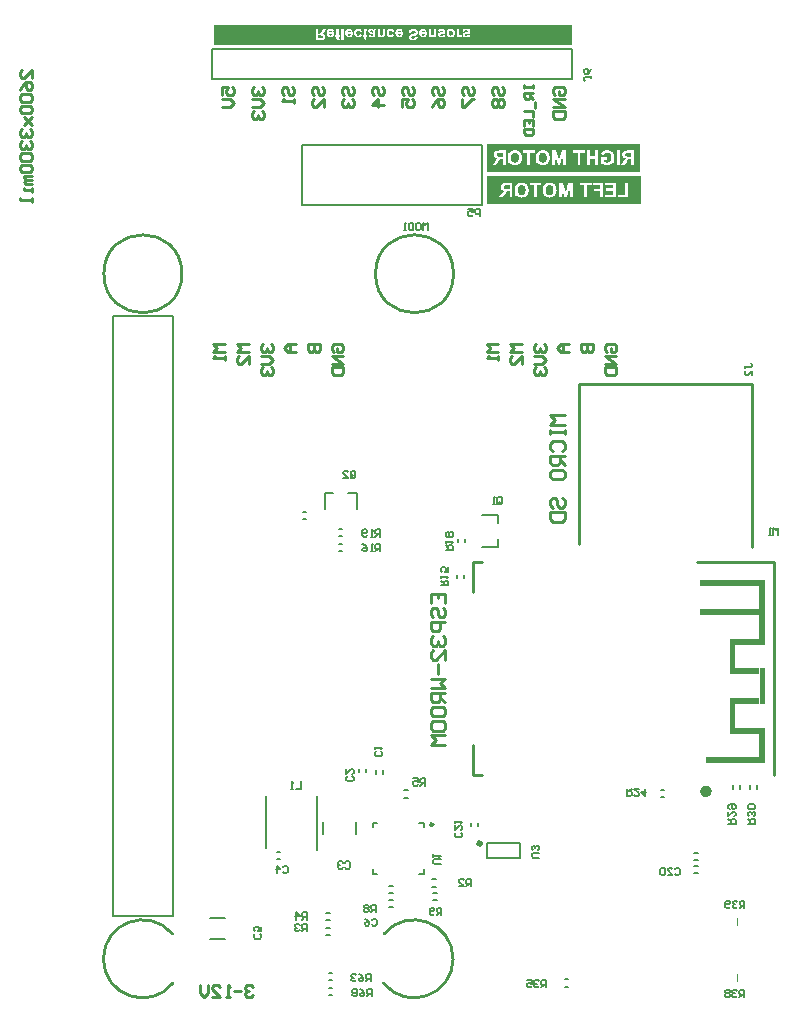
<source format=gbo>
G04*
G04 #@! TF.GenerationSoftware,Altium Limited,Altium Designer,21.0.8 (223)*
G04*
G04 Layer_Color=32896*
%FSLAX25Y25*%
%MOIN*%
G70*
G04*
G04 #@! TF.SameCoordinates,C8F2EFAD-F301-47D2-81E3-A82B1A8C5C35*
G04*
G04*
G04 #@! TF.FilePolarity,Positive*
G04*
G01*
G75*
%ADD10C,0.01000*%
%ADD11C,0.00394*%
%ADD12C,0.01575*%
%ADD13C,0.00984*%
%ADD14C,0.02000*%
%ADD17C,0.00787*%
%ADD18C,0.00600*%
%ADD20C,0.00800*%
G36*
X256543Y179689D02*
X254676D01*
Y181583D01*
X256543D01*
Y179689D01*
D02*
G37*
G36*
Y169804D02*
X254642D01*
Y171741D01*
X256543D01*
Y169804D01*
D02*
G37*
G36*
X276228Y179697D02*
Y171741D01*
Y169827D01*
Y159976D01*
Y159961D01*
X270534D01*
Y159965D01*
X266386D01*
Y152056D01*
X274260D01*
Y150079D01*
X266386D01*
Y150079D01*
X264615D01*
Y150079D01*
X264610D01*
Y152056D01*
X264615D01*
Y161898D01*
X274314D01*
Y169827D01*
X256666D01*
Y171741D01*
X274314D01*
Y179697D01*
X256660D01*
Y181583D01*
X276228D01*
Y179697D01*
D02*
G37*
G36*
Y140205D02*
X274452D01*
Y152056D01*
X276228D01*
Y140205D01*
D02*
G37*
G36*
X274260Y140205D02*
X266386D01*
Y132371D01*
X274260D01*
Y130317D01*
X264604D01*
Y130370D01*
X264489D01*
Y142213D01*
X274260D01*
Y140205D01*
D02*
G37*
G36*
X258512Y120480D02*
X256643D01*
Y122528D01*
X258512D01*
Y120480D01*
D02*
G37*
G36*
X276228Y120524D02*
Y120473D01*
X258626D01*
Y122528D01*
X274325D01*
Y132371D01*
X276228D01*
Y120524D01*
D02*
G37*
G36*
X211937Y359974D02*
X92472D01*
Y366697D01*
X211937D01*
Y359974D01*
D02*
G37*
G36*
X234800Y316134D02*
Y306900D01*
X183619D01*
Y316134D01*
X234800D01*
D02*
G37*
G36*
X234600Y317700D02*
X183419D01*
Y326934D01*
X234600D01*
Y317700D01*
D02*
G37*
%LPC*%
G36*
X144861Y365285D02*
X144823D01*
D01*
X143955D01*
X144823D01*
X144790Y365279D01*
X144757D01*
X144714Y365274D01*
X144621Y365257D01*
X144512Y365230D01*
X144402Y365192D01*
X144293Y365137D01*
X144195Y365061D01*
Y365055D01*
X144184Y365050D01*
X144157Y365017D01*
X144118Y364968D01*
X144075Y364902D01*
X144031Y364821D01*
X143993Y364722D01*
X143966Y364608D01*
X143960Y364548D01*
X143955Y364482D01*
Y364482D01*
Y364444D01*
X143960Y364400D01*
X143971Y364346D01*
X143982Y364280D01*
X143998Y364214D01*
X144026Y364143D01*
X144064Y364072D01*
X144069Y364062D01*
X144086Y364040D01*
X144107Y364007D01*
X144146Y363969D01*
X144184Y363925D01*
X144239Y363876D01*
X144299Y363832D01*
X144370Y363794D01*
X144380Y363789D01*
X144408Y363778D01*
X144451Y363761D01*
X144517Y363734D01*
X144599Y363707D01*
X144697Y363679D01*
X144817Y363652D01*
X144948Y363625D01*
X144954D01*
X144970Y363619D01*
X144998Y363614D01*
X145030Y363608D01*
X145074Y363603D01*
X145123Y363592D01*
X145232Y363565D01*
X145347Y363537D01*
X145467Y363510D01*
X145571Y363477D01*
X145620Y363461D01*
X145658Y363445D01*
Y363374D01*
Y363363D01*
Y363341D01*
X145653Y363303D01*
X145647Y363253D01*
X145631Y363204D01*
X145615Y363155D01*
X145587Y363112D01*
X145549Y363073D01*
X145544Y363068D01*
X145527Y363057D01*
X145500Y363046D01*
X145462Y363024D01*
X145407Y363008D01*
X145342Y362997D01*
X145260Y362986D01*
X145161Y362981D01*
X145129D01*
X145096Y362986D01*
X145052Y362991D01*
X145003Y363002D01*
X144948Y363013D01*
X144899Y363035D01*
X144855Y363062D01*
X144850Y363068D01*
X144839Y363079D01*
X144817Y363095D01*
X144796Y363123D01*
X144763Y363161D01*
X144735Y363210D01*
X144708Y363264D01*
X144681Y363330D01*
X144031Y363210D01*
Y363204D01*
X144036Y363193D01*
X144042Y363172D01*
X144053Y363144D01*
X144064Y363112D01*
X144080Y363073D01*
X144118Y362986D01*
X144173Y362893D01*
X144239Y362795D01*
X144315Y362702D01*
X144408Y362620D01*
X144413D01*
X144419Y362609D01*
X144435Y362604D01*
X144457Y362587D01*
X144490Y362577D01*
X144523Y362560D01*
X144566Y362538D01*
X144610Y362522D01*
X144664Y362506D01*
X144725Y362484D01*
X144790Y362467D01*
X144867Y362456D01*
X144943Y362440D01*
X145030Y362435D01*
X145118Y362424D01*
X146526D01*
X145298D01*
X145336Y362429D01*
X145380D01*
X145489Y362440D01*
X145604Y362451D01*
X145724Y362473D01*
X145838Y362506D01*
X145887Y362522D01*
X145937Y362544D01*
X145942D01*
X145948Y362549D01*
X145975Y362566D01*
X146019Y362587D01*
X146068Y362620D01*
X146128Y362664D01*
X146182Y362713D01*
X146231Y362773D01*
X146275Y362833D01*
X146281Y362844D01*
X146291Y362866D01*
X146308Y362915D01*
X146313Y362942D01*
X146324Y362981D01*
X146335Y363019D01*
X146341Y363068D01*
X146352Y363123D01*
X146357Y363182D01*
X146362Y363248D01*
X146368Y363319D01*
X146373Y363396D01*
Y363483D01*
X146362Y364329D01*
Y364335D01*
Y364346D01*
Y364362D01*
Y364389D01*
Y364455D01*
X146368Y364531D01*
Y364618D01*
X146379Y364706D01*
X146384Y364793D01*
X146395Y364864D01*
Y364870D01*
X146401Y364892D01*
X146412Y364930D01*
X146423Y364973D01*
X146444Y365028D01*
X146466Y365088D01*
X146493Y365154D01*
X146526Y365225D01*
X145811D01*
Y365219D01*
X145806Y365214D01*
X145800Y365192D01*
X145789Y365170D01*
X145778Y365143D01*
X145767Y365105D01*
X145756Y365061D01*
X145740Y365012D01*
Y365006D01*
X145735Y365001D01*
X145729Y364979D01*
X145718Y364952D01*
X145713Y364930D01*
X145702Y364935D01*
X145680Y364957D01*
X145642Y364990D01*
X145593Y365028D01*
X145533Y365072D01*
X145467Y365121D01*
X145391Y365159D01*
X145314Y365197D01*
X145303Y365203D01*
X145276Y365208D01*
X145232Y365225D01*
X145178Y365241D01*
X145112Y365257D01*
X145036Y365268D01*
X144948Y365279D01*
X144861Y365285D01*
D02*
G37*
G36*
X143136D02*
X143103D01*
X143065Y365279D01*
X143016Y365274D01*
X142961Y365268D01*
X142901Y365257D01*
X142841Y365241D01*
X142781Y365219D01*
X142775Y365214D01*
X142753Y365208D01*
X142726Y365192D01*
X142693Y365176D01*
X142617Y365121D01*
X142579Y365088D01*
X142546Y365050D01*
X142541Y365044D01*
X142535Y365028D01*
X142524Y365006D01*
X142508Y364973D01*
X142491Y364935D01*
X142475Y364886D01*
X142459Y364831D01*
X142448Y364771D01*
Y364766D01*
X142442Y364744D01*
Y364711D01*
X142437Y364657D01*
X142431Y364586D01*
Y364498D01*
X142426Y364449D01*
Y364389D01*
Y364329D01*
Y364258D01*
Y363062D01*
X142093D01*
Y362484D01*
X142426D01*
Y361938D01*
X143152Y361512D01*
X142093D01*
X143709D01*
X143152D01*
Y362484D01*
X143649D01*
Y363062D01*
X143152D01*
Y364171D01*
Y364176D01*
Y364187D01*
Y364204D01*
Y364225D01*
Y364280D01*
Y364346D01*
X143157Y364411D01*
Y364477D01*
Y364526D01*
X143163Y364548D01*
Y364559D01*
X143168Y364569D01*
X143179Y364591D01*
X143196Y364618D01*
X143228Y364651D01*
X143239Y364657D01*
X143261Y364668D01*
X143299Y364679D01*
X143349Y364684D01*
X143370D01*
X143392Y364679D01*
X143425Y364673D01*
X143469Y364668D01*
X143518Y364657D01*
X143578Y364640D01*
X143643Y364618D01*
X143709Y365181D01*
X143703D01*
X143698Y365186D01*
X143665Y365197D01*
X143611Y365214D01*
X143540Y365230D01*
X143458Y365252D01*
X143359Y365268D01*
X143250Y365279D01*
X143136Y365285D01*
D02*
G37*
G36*
X177861Y365285D02*
D01*
Y364406D01*
X177856Y364433D01*
X177850Y364460D01*
X177845Y364498D01*
X177823Y364591D01*
X177785Y364689D01*
X177758Y364744D01*
X177730Y364799D01*
X177692Y364853D01*
X177648Y364908D01*
X177599Y364963D01*
X177545Y365017D01*
X177539Y365023D01*
X177528Y365028D01*
X177512Y365039D01*
X177485Y365061D01*
X177452Y365077D01*
X177413Y365099D01*
X177364Y365126D01*
X177310Y365148D01*
X177250Y365176D01*
X177179Y365197D01*
X177102Y365225D01*
X177020Y365241D01*
X176928Y365257D01*
X176829Y365274D01*
X176726Y365279D01*
X176616Y365285D01*
X177861D01*
X176616D01*
D01*
X175306D01*
X176562D01*
X176523Y365279D01*
X176474D01*
X176420Y365274D01*
X176360Y365268D01*
X176294Y365257D01*
X176152Y365230D01*
X176005Y365192D01*
X175857Y365137D01*
X175792Y365099D01*
X175726Y365061D01*
X175721Y365055D01*
X175710Y365050D01*
X175694Y365039D01*
X175677Y365017D01*
X175617Y364968D01*
X175552Y364897D01*
X175481Y364810D01*
X175415Y364706D01*
X175355Y364580D01*
X175306Y364444D01*
D01*
X176032Y364335D01*
Y364346D01*
X176043Y364367D01*
X176054Y364406D01*
X176070Y364455D01*
X176098Y364509D01*
X176130Y364559D01*
X176169Y364613D01*
X176218Y364657D01*
X176223Y364662D01*
X176245Y364673D01*
X176278Y364689D01*
X176321Y364706D01*
X176376Y364728D01*
X176447Y364744D01*
X176523Y364755D01*
X176616Y364760D01*
X176660D01*
X176715Y364755D01*
X176775Y364750D01*
X176840Y364739D01*
X176911Y364717D01*
X176977Y364695D01*
X177037Y364662D01*
X177042Y364657D01*
X177053Y364646D01*
X177069Y364630D01*
X177086Y364608D01*
X177102Y364580D01*
X177119Y364548D01*
X177130Y364509D01*
X177135Y364466D01*
Y364460D01*
Y364449D01*
X177130Y364417D01*
X177113Y364373D01*
X177081Y364329D01*
X177069Y364318D01*
X177053Y364313D01*
X177031Y364296D01*
X176999Y364285D01*
X176955Y364269D01*
X176906Y364253D01*
X176840Y364236D01*
X176829D01*
X176802Y364225D01*
X176758Y364214D01*
X176698Y364204D01*
X176627Y364187D01*
X176551Y364165D01*
X176463Y364143D01*
X176371Y364116D01*
X176180Y364062D01*
X176087Y364034D01*
X175999Y364002D01*
X175917Y363974D01*
X175841Y363942D01*
X175776Y363909D01*
X175726Y363881D01*
X175721Y363876D01*
X175710Y363871D01*
X175699Y363860D01*
X175677Y363838D01*
X175623Y363789D01*
X175568Y363718D01*
X175508Y363630D01*
X175453Y363527D01*
X175432Y363467D01*
X175421Y363401D01*
X175410Y363335D01*
X175404Y363264D01*
Y363259D01*
Y363248D01*
Y363232D01*
X175410Y363204D01*
X175415Y363177D01*
X175421Y363139D01*
X175437Y363057D01*
X175470Y362964D01*
X175524Y362866D01*
X175552Y362811D01*
X175590Y362762D01*
X175634Y362713D01*
X175683Y362669D01*
X175688Y362664D01*
X175694Y362658D01*
X175710Y362648D01*
X175737Y362631D01*
X175765Y362615D01*
X175803Y362593D01*
X175847Y362571D01*
X175896Y362544D01*
X175956Y362522D01*
X176021Y362500D01*
X176092Y362478D01*
X176169Y362462D01*
X176256Y362445D01*
X176349Y362435D01*
X176447Y362424D01*
X176649D01*
X176693Y362429D01*
X176747Y362435D01*
X176807Y362440D01*
X176873Y362445D01*
X177009Y362467D01*
X177146Y362500D01*
X177277Y362549D01*
X177337Y362577D01*
X177392Y362609D01*
X177397D01*
X177403Y362620D01*
X177435Y362642D01*
X177485Y362686D01*
X177539Y362746D01*
X177605Y362817D01*
X177665Y362910D01*
X177725Y363019D01*
X177768Y363144D01*
X177086Y363270D01*
Y363264D01*
X177075Y363243D01*
X177064Y363215D01*
X177048Y363183D01*
X177026Y363139D01*
X176993Y363101D01*
X176960Y363062D01*
X176917Y363030D01*
X176911Y363024D01*
X176895Y363013D01*
X176867Y363002D01*
X176829Y362986D01*
X176780Y362970D01*
X176720Y362953D01*
X176649Y362948D01*
X176567Y362942D01*
X176518D01*
X176469Y362948D01*
X176409Y362953D01*
X176338Y362964D01*
X176272Y362975D01*
X176212Y362997D01*
X176158Y363024D01*
X176152D01*
X176147Y363035D01*
X176119Y363062D01*
X176087Y363112D01*
X176081Y363139D01*
X176076Y363172D01*
Y363177D01*
Y363183D01*
X176087Y363215D01*
X176109Y363259D01*
X176125Y363281D01*
X176147Y363303D01*
X176152Y363308D01*
X176174Y363314D01*
X176185Y363324D01*
X176207Y363330D01*
X176234Y363341D01*
X176267Y363357D01*
X176311Y363368D01*
X176354Y363385D01*
X176409Y363401D01*
X176474Y363417D01*
X176545Y363439D01*
X176627Y363461D01*
X176720Y363483D01*
X176824Y363510D01*
X176829D01*
X176851Y363516D01*
X176878Y363521D01*
X176917Y363532D01*
X176966Y363548D01*
X177020Y363559D01*
X177140Y363597D01*
X177277Y363647D01*
X177408Y363701D01*
X177474Y363734D01*
X177534Y363761D01*
X177583Y363800D01*
X177632Y363832D01*
X177643Y363843D01*
X177670Y363865D01*
X177703Y363909D01*
X177747Y363969D01*
X177790Y364045D01*
X177823Y364138D01*
X177850Y364247D01*
X177861Y364367D01*
Y362424D01*
D01*
Y365285D01*
D02*
G37*
G36*
X162295D02*
X162262D01*
X162229Y365279D01*
X162180D01*
X162120Y365268D01*
X162049Y365257D01*
X161973Y365246D01*
X161896Y365225D01*
X161809Y365203D01*
X161722Y365170D01*
X161634Y365132D01*
X161547Y365088D01*
X161459Y365034D01*
X161378Y364973D01*
X161307Y364902D01*
X161235Y364821D01*
X161230Y364815D01*
X161225Y364804D01*
X161214Y364782D01*
X161192Y364755D01*
X161176Y364717D01*
X161154Y364673D01*
X161126Y364624D01*
X161105Y364564D01*
X161077Y364498D01*
X161055Y364427D01*
X161028Y364351D01*
X161012Y364264D01*
X160995Y364176D01*
X160979Y364084D01*
X160974Y363980D01*
X160968Y363876D01*
Y363810D01*
X160974Y363761D01*
X160979Y363707D01*
X160984Y363641D01*
X160995Y363570D01*
X161012Y363488D01*
X161055Y363319D01*
X161083Y363232D01*
X161115Y363139D01*
X161159Y363052D01*
X161208Y362970D01*
X161263Y362888D01*
X161323Y362811D01*
X161328Y362806D01*
X161339Y362795D01*
X161361Y362773D01*
X161388Y362751D01*
X161421Y362724D01*
X161465Y362691D01*
X161514Y362653D01*
X161569Y362615D01*
X161629Y362582D01*
X161700Y362544D01*
X161771Y362511D01*
X161853Y362484D01*
X161934Y362462D01*
X162027Y362440D01*
X162120Y362429D01*
X162218Y362424D01*
X160968D01*
X163523D01*
D01*
X162278D01*
X162322Y362429D01*
X162371Y362435D01*
X162431Y362445D01*
X162497Y362456D01*
X162568Y362473D01*
X162644Y362495D01*
X162721Y362522D01*
X162803Y362555D01*
X162884Y362598D01*
X162961Y362642D01*
X163037Y362697D01*
X163114Y362762D01*
X163179Y362833D01*
X163185Y362839D01*
X163196Y362849D01*
X163212Y362877D01*
X163234Y362910D01*
X163261Y362953D01*
X163288Y363002D01*
X163321Y363068D01*
X163354Y363139D01*
X163387Y363221D01*
X163419Y363314D01*
X163447Y363412D01*
X163474Y363527D01*
X163496Y363647D01*
X163512Y363778D01*
X163523Y363914D01*
Y364067D01*
X161711D01*
Y364072D01*
Y364084D01*
Y364100D01*
X161716Y364122D01*
X161722Y364176D01*
X161732Y364253D01*
X161754Y364329D01*
X161787Y364417D01*
X161825Y364498D01*
X161880Y364569D01*
X161885Y364575D01*
X161913Y364597D01*
X161945Y364624D01*
X161995Y364657D01*
X162055Y364689D01*
X162131Y364717D01*
X162213Y364739D01*
X162300Y364744D01*
X162328D01*
X162360Y364739D01*
X162399Y364733D01*
X162442Y364722D01*
X162491Y364706D01*
X162540Y364684D01*
X162584Y364651D01*
X162590Y364646D01*
X162606Y364635D01*
X162628Y364613D01*
X162650Y364580D01*
X162682Y364537D01*
X162710Y364488D01*
X162737Y364422D01*
X162764Y364351D01*
X163485Y364471D01*
Y364477D01*
X163480Y364488D01*
X163469Y364509D01*
X163458Y364537D01*
X163441Y364569D01*
X163425Y364608D01*
X163376Y364695D01*
X163316Y364793D01*
X163239Y364897D01*
X163146Y364990D01*
X163043Y365077D01*
X163037D01*
X163032Y365088D01*
X163010Y365094D01*
X162988Y365110D01*
X162961Y365126D01*
X162923Y365143D01*
X162884Y365159D01*
X162835Y365181D01*
X162726Y365219D01*
X162601Y365252D01*
X162453Y365274D01*
X162295Y365285D01*
D02*
G37*
G36*
X155595D02*
X154334D01*
X154301Y365279D01*
X154252D01*
X154192Y365268D01*
X154121Y365257D01*
X154045Y365246D01*
X153968Y365225D01*
X153881Y365203D01*
X153794Y365170D01*
X153706Y365132D01*
X153619Y365088D01*
X153532Y365034D01*
X153450Y364973D01*
X153379Y364902D01*
X153308Y364821D01*
X153302Y364815D01*
X153297Y364804D01*
X153286Y364782D01*
X153264Y364755D01*
X153248Y364717D01*
X153226Y364673D01*
X153198Y364624D01*
X153177Y364564D01*
X153149Y364498D01*
X153127Y364427D01*
X153100Y364351D01*
X153084Y364264D01*
X153067Y364176D01*
X153051Y364084D01*
X153045Y363980D01*
X153040Y363876D01*
Y363810D01*
X153045Y363761D01*
X153051Y363707D01*
X153057Y363641D01*
X153067Y363570D01*
X153084Y363488D01*
X153127Y363319D01*
X153155Y363232D01*
X153188Y363139D01*
X153231Y363052D01*
X153280Y362970D01*
X153335Y362888D01*
X153395Y362811D01*
X153400Y362806D01*
X153411Y362795D01*
X153433Y362773D01*
X153461Y362751D01*
X153493Y362724D01*
X153537Y362691D01*
X153586Y362653D01*
X153641Y362615D01*
X153701Y362582D01*
X153772Y362544D01*
X153843Y362511D01*
X153925Y362484D01*
X154007Y362462D01*
X154099Y362440D01*
X154192Y362429D01*
X154290Y362424D01*
X155595D01*
X154350D01*
X154394Y362429D01*
X154443Y362435D01*
X154503Y362445D01*
X154569Y362456D01*
X154640Y362473D01*
X154716Y362495D01*
X154793Y362522D01*
X154875Y362555D01*
X154956Y362598D01*
X155033Y362642D01*
X155109Y362697D01*
X155186Y362762D01*
X155251Y362833D01*
X155257Y362839D01*
X155268Y362849D01*
X155284Y362877D01*
X155306Y362910D01*
X155333Y362953D01*
X155361Y363002D01*
X155393Y363068D01*
X155426Y363139D01*
X155459Y363221D01*
X155492Y363314D01*
X155519Y363412D01*
X155546Y363527D01*
X155568Y363647D01*
X155584Y363778D01*
X155595Y363914D01*
Y364078D01*
Y364067D01*
X153783D01*
Y364072D01*
Y364084D01*
Y364100D01*
X153788Y364122D01*
X153794Y364176D01*
X153805Y364253D01*
X153826Y364329D01*
X153859Y364417D01*
X153897Y364498D01*
X153952Y364569D01*
X153957Y364575D01*
X153985Y364597D01*
X154017Y364624D01*
X154067Y364657D01*
X154127Y364689D01*
X154203Y364717D01*
X154285Y364739D01*
X154372Y364744D01*
X154400D01*
X154432Y364739D01*
X154471Y364733D01*
X154514Y364722D01*
X154563Y364706D01*
X154613Y364684D01*
X154656Y364651D01*
X154662Y364646D01*
X154678Y364635D01*
X154700Y364613D01*
X154722Y364580D01*
X154754Y364537D01*
X154782Y364488D01*
X154809Y364422D01*
X154836Y364351D01*
X155557Y364471D01*
Y364477D01*
X155552Y364488D01*
X155541Y364509D01*
X155530Y364537D01*
X155514Y364569D01*
X155497Y364608D01*
X155448Y364695D01*
X155388Y364793D01*
X155311Y364897D01*
X155219Y364990D01*
X155115Y365077D01*
X155109D01*
X155104Y365088D01*
X155082Y365094D01*
X155060Y365110D01*
X155033Y365126D01*
X154995Y365143D01*
X154956Y365159D01*
X154907Y365181D01*
X154798Y365219D01*
X154673Y365252D01*
X154525Y365274D01*
X154367Y365285D01*
X155595D01*
D02*
G37*
G36*
X138860Y365285D02*
X137599D01*
X137566Y365279D01*
X137517D01*
X137457Y365268D01*
X137386Y365257D01*
X137310Y365246D01*
X137233Y365225D01*
X137146Y365203D01*
X137059Y365170D01*
X136971Y365132D01*
X136884Y365088D01*
X136797Y365034D01*
X136715Y364973D01*
X136644Y364902D01*
X136573Y364821D01*
X136567Y364815D01*
X136562Y364804D01*
X136551Y364782D01*
X136529Y364755D01*
X136513Y364717D01*
X136491Y364673D01*
X136463Y364624D01*
X136442Y364564D01*
X136414Y364498D01*
X136392Y364427D01*
X136365Y364351D01*
X136349Y364264D01*
X136332Y364176D01*
X136316Y364083D01*
X136311Y363980D01*
X136305Y363876D01*
Y363810D01*
X136311Y363761D01*
X136316Y363707D01*
X136322Y363641D01*
X136332Y363570D01*
X136349Y363488D01*
X136392Y363319D01*
X136420Y363232D01*
X136453Y363139D01*
X136496Y363052D01*
X136545Y362970D01*
X136600Y362888D01*
X136660Y362811D01*
X136665Y362806D01*
X136677Y362795D01*
X136698Y362773D01*
X136726Y362751D01*
X136758Y362724D01*
X136802Y362691D01*
X136851Y362653D01*
X136906Y362615D01*
X136966Y362582D01*
X137037Y362544D01*
X137108Y362511D01*
X137190Y362484D01*
X137272Y362462D01*
X137364Y362440D01*
X137457Y362429D01*
X137556Y362424D01*
X138860D01*
X137616D01*
X137659Y362429D01*
X137708Y362435D01*
X137768Y362445D01*
X137834Y362456D01*
X137905Y362473D01*
X137981Y362495D01*
X138058Y362522D01*
X138140Y362555D01*
X138222Y362598D01*
X138298Y362642D01*
X138374Y362697D01*
X138451Y362762D01*
X138516Y362833D01*
X138522Y362839D01*
X138533Y362849D01*
X138549Y362877D01*
X138571Y362910D01*
X138598Y362953D01*
X138626Y363002D01*
X138658Y363068D01*
X138691Y363139D01*
X138724Y363221D01*
X138757Y363314D01*
X138784Y363412D01*
X138811Y363527D01*
X138833Y363647D01*
X138849Y363778D01*
X138860Y363914D01*
Y364067D01*
D01*
X137048D01*
Y364072D01*
Y364083D01*
Y364100D01*
X137053Y364122D01*
X137059Y364176D01*
X137070Y364253D01*
X137091Y364329D01*
X137124Y364417D01*
X137162Y364498D01*
X137217Y364569D01*
X137223Y364575D01*
X137250Y364597D01*
X137283Y364624D01*
X137332Y364657D01*
X137392Y364689D01*
X137468Y364717D01*
X137550Y364739D01*
X137637Y364744D01*
X137665D01*
X137698Y364739D01*
X137736Y364733D01*
X137779Y364722D01*
X137829Y364706D01*
X137878Y364684D01*
X137921Y364651D01*
X137927Y364646D01*
X137943Y364635D01*
X137965Y364613D01*
X137987Y364580D01*
X138020Y364537D01*
X138047Y364488D01*
X138074Y364422D01*
X138101Y364351D01*
X138822Y364471D01*
Y364477D01*
X138817Y364488D01*
X138806Y364509D01*
X138795Y364537D01*
X138779Y364569D01*
X138762Y364608D01*
X138713Y364695D01*
X138653Y364793D01*
X138576Y364897D01*
X138484Y364990D01*
X138380Y365077D01*
X138374D01*
X138369Y365088D01*
X138347Y365094D01*
X138325Y365110D01*
X138298Y365126D01*
X138260Y365143D01*
X138222Y365159D01*
X138172Y365181D01*
X138063Y365219D01*
X137938Y365252D01*
X137790Y365274D01*
X137632Y365285D01*
X138860D01*
D02*
G37*
G36*
X131468D02*
X131435D01*
X131402Y365279D01*
X131353D01*
X131293Y365268D01*
X131222Y365257D01*
X131146Y365246D01*
X131069Y365225D01*
X130982Y365203D01*
X130894Y365170D01*
X130807Y365132D01*
X130720Y365088D01*
X130632Y365034D01*
X130550Y364973D01*
X130479Y364902D01*
X130408Y364821D01*
X130403Y364815D01*
X130397Y364804D01*
X130386Y364782D01*
X130365Y364755D01*
X130348Y364717D01*
X130326Y364673D01*
X130299Y364624D01*
X130277Y364564D01*
X130250Y364498D01*
X130228Y364427D01*
X130201Y364351D01*
X130184Y364264D01*
X130168Y364176D01*
X130152Y364083D01*
X130146Y363980D01*
X130141Y363876D01*
Y363810D01*
X130146Y363761D01*
X130152Y363707D01*
X130157Y363641D01*
X130168Y363570D01*
X130184Y363488D01*
X130228Y363319D01*
X130255Y363232D01*
X130288Y363139D01*
X130332Y363052D01*
X130381Y362970D01*
X130436Y362888D01*
X130496Y362811D01*
X130501Y362806D01*
X130512Y362795D01*
X130534Y362773D01*
X130561Y362751D01*
X130594Y362724D01*
X130638Y362691D01*
X130687Y362653D01*
X130741Y362615D01*
X130801Y362582D01*
X130872Y362544D01*
X130944Y362511D01*
X131025Y362484D01*
X131107Y362462D01*
X131200Y362440D01*
X131293Y362429D01*
X131391Y362424D01*
X130141D01*
X132696D01*
D01*
X131451D01*
X131495Y362429D01*
X131544Y362435D01*
X131604Y362445D01*
X131670Y362456D01*
X131741Y362473D01*
X131817Y362495D01*
X131894Y362522D01*
X131975Y362555D01*
X132057Y362598D01*
X132134Y362642D01*
X132210Y362697D01*
X132287Y362762D01*
X132352Y362833D01*
X132358Y362839D01*
X132369Y362849D01*
X132385Y362877D01*
X132407Y362910D01*
X132434Y362953D01*
X132461Y363002D01*
X132494Y363068D01*
X132527Y363139D01*
X132560Y363221D01*
X132592Y363314D01*
X132620Y363412D01*
X132647Y363527D01*
X132669Y363647D01*
X132685Y363778D01*
X132696Y363914D01*
Y364067D01*
D01*
X130883D01*
Y364072D01*
Y364083D01*
Y364100D01*
X130889Y364122D01*
X130894Y364176D01*
X130905Y364253D01*
X130927Y364329D01*
X130960Y364417D01*
X130998Y364498D01*
X131053Y364569D01*
X131058Y364575D01*
X131085Y364597D01*
X131118Y364624D01*
X131167Y364657D01*
X131227Y364689D01*
X131304Y364717D01*
X131386Y364739D01*
X131473Y364744D01*
X131500D01*
X131533Y364739D01*
X131571Y364733D01*
X131615Y364722D01*
X131664Y364706D01*
X131713Y364684D01*
X131757Y364651D01*
X131763Y364646D01*
X131779Y364635D01*
X131801Y364613D01*
X131823Y364580D01*
X131855Y364537D01*
X131883Y364488D01*
X131910Y364422D01*
X131937Y364351D01*
X132658Y364471D01*
Y364477D01*
X132652Y364488D01*
X132641Y364509D01*
X132631Y364537D01*
X132614Y364569D01*
X132598Y364608D01*
X132549Y364695D01*
X132489Y364793D01*
X132412Y364897D01*
X132319Y364990D01*
X132216Y365077D01*
X132210D01*
X132205Y365088D01*
X132183Y365094D01*
X132161Y365110D01*
X132134Y365126D01*
X132096Y365143D01*
X132057Y365159D01*
X132008Y365181D01*
X131899Y365219D01*
X131773Y365252D01*
X131626Y365274D01*
X131468Y365285D01*
D02*
G37*
G36*
X141874Y364264D02*
Y364264D01*
D01*
Y364264D01*
D02*
G37*
G36*
Y364187D02*
D01*
D01*
D01*
D02*
G37*
G36*
X152734Y365285D02*
X150152D01*
X151402D01*
X151364Y365279D01*
X151315Y365274D01*
X151255Y365263D01*
X151189Y365252D01*
X151118Y365235D01*
X151042Y365219D01*
X150965Y365192D01*
X150883Y365164D01*
X150807Y365126D01*
X150725Y365083D01*
X150649Y365034D01*
X150578Y364973D01*
X150507Y364908D01*
X150501Y364902D01*
X150490Y364892D01*
X150474Y364870D01*
X150452Y364837D01*
X150425Y364799D01*
X150392Y364755D01*
X150365Y364700D01*
X150332Y364635D01*
X150294Y364564D01*
X150266Y364488D01*
X150234Y364400D01*
X150206Y364307D01*
X150185Y364204D01*
X150168Y364100D01*
X150157Y363980D01*
X150152Y363860D01*
Y363794D01*
X150157Y363750D01*
X150163Y363690D01*
X150168Y363625D01*
X150179Y363554D01*
X150195Y363472D01*
X150239Y363303D01*
X150266Y363215D01*
X150299Y363128D01*
X150343Y363041D01*
X150392Y362959D01*
X150447Y362882D01*
X150507Y362806D01*
X150512Y362800D01*
X150523Y362789D01*
X150545Y362773D01*
X150572Y362746D01*
X150610Y362719D01*
X150654Y362686D01*
X150703Y362648D01*
X150763Y362615D01*
X150829Y362577D01*
X150900Y362544D01*
X150982Y362511D01*
X151069Y362484D01*
X151156Y362456D01*
X151260Y362440D01*
X151364Y362429D01*
X151473Y362424D01*
X152734D01*
X151522D01*
X151555Y362429D01*
X151599D01*
X151648Y362435D01*
X151702Y362440D01*
X151762Y362451D01*
X151888Y362478D01*
X152019Y362516D01*
X152150Y362571D01*
X152270Y362642D01*
X152276D01*
X152281Y362653D01*
X152297Y362664D01*
X152319Y362680D01*
X152368Y362729D01*
X152434Y362800D01*
X152505Y362893D01*
X152576Y363002D01*
X152641Y363133D01*
X152696Y363286D01*
X151981Y363417D01*
Y363406D01*
X151975Y363385D01*
X151964Y363346D01*
X151948Y363297D01*
X151921Y363248D01*
X151893Y363193D01*
X151855Y363144D01*
X151812Y363101D01*
X151806Y363095D01*
X151790Y363084D01*
X151762Y363068D01*
X151724Y363046D01*
X151675Y363024D01*
X151620Y363008D01*
X151555Y362997D01*
X151484Y362991D01*
X151473D01*
X151440Y362997D01*
X151391Y363002D01*
X151326Y363013D01*
X151260Y363041D01*
X151189Y363073D01*
X151118Y363117D01*
X151053Y363183D01*
X151047Y363193D01*
X151031Y363221D01*
X151004Y363264D01*
X150976Y363330D01*
X150943Y363417D01*
X150933Y363467D01*
X150922Y363521D01*
X150911Y363587D01*
X150900Y363652D01*
X150894Y363729D01*
Y363805D01*
Y363810D01*
Y363827D01*
Y363854D01*
X150900Y363887D01*
Y363925D01*
X150905Y363969D01*
X150916Y364078D01*
X150933Y364193D01*
X150965Y364307D01*
X151004Y364411D01*
X151031Y364455D01*
X151058Y364498D01*
X151064Y364509D01*
X151091Y364531D01*
X151124Y364559D01*
X151173Y364597D01*
X151238Y364635D01*
X151309Y364662D01*
X151397Y364684D01*
X151495Y364695D01*
X151528D01*
X151566Y364689D01*
X151615Y364679D01*
X151670Y364668D01*
X151724Y364646D01*
X151779Y364618D01*
X151833Y364580D01*
X151839Y364575D01*
X151855Y364559D01*
X151877Y364531D01*
X151910Y364488D01*
X151943Y364433D01*
X151970Y364362D01*
X152003Y364275D01*
X152024Y364176D01*
X152734Y364296D01*
Y364302D01*
X152729Y364318D01*
X152723Y364346D01*
X152713Y364378D01*
X152696Y364417D01*
X152680Y364466D01*
X152636Y364575D01*
X152581Y364695D01*
X152505Y364815D01*
X152412Y364935D01*
X152358Y364990D01*
X152303Y365039D01*
X152297D01*
X152287Y365050D01*
X152270Y365061D01*
X152248Y365077D01*
X152216Y365094D01*
X152177Y365115D01*
X152134Y365137D01*
X152079Y365159D01*
X152024Y365186D01*
X151959Y365208D01*
X151893Y365230D01*
X151817Y365246D01*
X151735Y365263D01*
X151648Y365274D01*
X151560Y365279D01*
X151462Y365285D01*
X152734D01*
D02*
G37*
G36*
X140602Y365285D02*
X140489D01*
X140542D01*
X140504Y365279D01*
X140455Y365274D01*
X140395Y365263D01*
X140329Y365252D01*
X140258Y365235D01*
X140182Y365219D01*
X140105Y365192D01*
X140023Y365164D01*
X139947Y365126D01*
X139865Y365083D01*
X139789Y365034D01*
X139718Y364973D01*
X139647Y364908D01*
X139641Y364902D01*
X139630Y364892D01*
X139614Y364870D01*
X139592Y364837D01*
X139565Y364799D01*
X139532Y364755D01*
X139505Y364700D01*
X139472Y364635D01*
X139434Y364564D01*
X139407Y364488D01*
X139374Y364400D01*
X139346Y364307D01*
X139325Y364204D01*
X139308Y364100D01*
X139297Y363980D01*
X139292Y363860D01*
Y363794D01*
X139297Y363750D01*
X139303Y363690D01*
X139308Y363625D01*
X139319Y363554D01*
X139336Y363472D01*
X139379Y363303D01*
X139407Y363215D01*
X139439Y363128D01*
X139483Y363041D01*
X139532Y362959D01*
X139587Y362882D01*
X139647Y362806D01*
X139652Y362800D01*
X139663Y362789D01*
X139685Y362773D01*
X139712Y362746D01*
X139750Y362718D01*
X139794Y362686D01*
X139843Y362648D01*
X139903Y362615D01*
X139969Y362577D01*
X140040Y362544D01*
X140122Y362511D01*
X140209Y362484D01*
X140296Y362456D01*
X140400Y362440D01*
X140504Y362429D01*
X140613Y362424D01*
X139292D01*
D01*
X141874D01*
X140662D01*
X140695Y362429D01*
X140739D01*
X140788Y362435D01*
X140842Y362440D01*
X140902Y362451D01*
X141028Y362478D01*
X141159Y362516D01*
X141290Y362571D01*
X141410Y362642D01*
X141416D01*
X141421Y362653D01*
X141438Y362664D01*
X141459Y362680D01*
X141509Y362729D01*
X141574Y362800D01*
X141645Y362893D01*
X141716Y363002D01*
X141782Y363133D01*
X141836Y363286D01*
X141121Y363417D01*
Y363406D01*
X141115Y363385D01*
X141104Y363346D01*
X141088Y363297D01*
X141061Y363248D01*
X141033Y363193D01*
X140995Y363144D01*
X140952Y363101D01*
X140946Y363095D01*
X140930Y363084D01*
X140902Y363068D01*
X140864Y363046D01*
X140815Y363024D01*
X140761Y363008D01*
X140695Y362997D01*
X140624Y362991D01*
X140613D01*
X140580Y362997D01*
X140531Y363002D01*
X140466Y363013D01*
X140400Y363041D01*
X140329Y363073D01*
X140258Y363117D01*
X140193Y363182D01*
X140187Y363193D01*
X140171Y363221D01*
X140144Y363264D01*
X140116Y363330D01*
X140084Y363417D01*
X140073Y363467D01*
X140062Y363521D01*
X140051Y363587D01*
X140040Y363652D01*
X140034Y363728D01*
Y363805D01*
Y363810D01*
Y363827D01*
Y363854D01*
X140040Y363887D01*
Y363925D01*
X140045Y363969D01*
X140056Y364078D01*
X140073Y364193D01*
X140105Y364307D01*
X140144Y364411D01*
X140171Y364455D01*
X140198Y364498D01*
X140204Y364509D01*
X140231Y364531D01*
X140264Y364559D01*
X140313Y364597D01*
X140378Y364635D01*
X140449Y364662D01*
X140537Y364684D01*
X140635Y364695D01*
X140668D01*
X140706Y364689D01*
X140755Y364679D01*
X140810Y364668D01*
X140864Y364646D01*
X140919Y364618D01*
X140973Y364580D01*
X140979Y364575D01*
X140995Y364559D01*
X141017Y364531D01*
X141050Y364488D01*
X141083Y364433D01*
X141110Y364362D01*
X141143Y364275D01*
X141165Y364176D01*
X141874Y364296D01*
Y364302D01*
X141869Y364318D01*
X141864Y364346D01*
X141852Y364378D01*
X141836Y364417D01*
X141820Y364466D01*
X141776Y364575D01*
X141721Y364695D01*
X141645Y364815D01*
X141552Y364935D01*
X141498Y364990D01*
X141443Y365039D01*
X141438D01*
X141427Y365050D01*
X141410Y365061D01*
X141388Y365077D01*
X141356Y365094D01*
X141317Y365115D01*
X141274Y365137D01*
X141219Y365159D01*
X141165Y365186D01*
X141099Y365208D01*
X141033Y365230D01*
X140957Y365246D01*
X140875Y365263D01*
X140788Y365274D01*
X140700Y365279D01*
X140602Y365285D01*
D02*
G37*
G36*
X141874Y364040D02*
D01*
D01*
D01*
D02*
G37*
G36*
Y363974D02*
Y363969D01*
D01*
Y363974D01*
D02*
G37*
G36*
X172942Y365285D02*
D01*
Y363909D01*
X172936Y363952D01*
X172931Y364007D01*
X172920Y364067D01*
X172909Y364138D01*
X172893Y364209D01*
X172871Y364291D01*
X172844Y364373D01*
X172811Y364460D01*
X172773Y364548D01*
X172723Y364635D01*
X172669Y364717D01*
X172609Y364799D01*
X172538Y364881D01*
X172532Y364886D01*
X172521Y364897D01*
X172500Y364919D01*
X172467Y364946D01*
X172429Y364973D01*
X172379Y365006D01*
X172325Y365044D01*
X172265Y365083D01*
X172194Y365121D01*
X172117Y365159D01*
X172035Y365192D01*
X171943Y365219D01*
X171850Y365246D01*
X171746Y365268D01*
X171642Y365279D01*
X171528Y365285D01*
X171489D01*
X171462Y365279D01*
X171429D01*
X171391Y365274D01*
X171298Y365263D01*
X171184Y365241D01*
X171063Y365214D01*
X170938Y365170D01*
X170807Y365115D01*
X170801D01*
X170791Y365110D01*
X170774Y365099D01*
X170752Y365083D01*
X170692Y365044D01*
X170616Y364990D01*
X170534Y364919D01*
X170447Y364831D01*
X170365Y364733D01*
X170288Y364618D01*
Y364613D01*
X170283Y364602D01*
X170272Y364586D01*
X170261Y364559D01*
X170250Y364526D01*
X170234Y364488D01*
X170217Y364444D01*
X170201Y364395D01*
X170185Y364340D01*
X170168Y364280D01*
X170141Y364143D01*
X170119Y363985D01*
X170114Y363816D01*
Y363778D01*
X170119Y363756D01*
Y363723D01*
X170124Y363685D01*
X170135Y363592D01*
X170157Y363488D01*
X170190Y363374D01*
X170228Y363248D01*
X170288Y363123D01*
Y363117D01*
X170299Y363106D01*
X170305Y363090D01*
X170321Y363068D01*
X170365Y363008D01*
X170419Y362931D01*
X170490Y362849D01*
X170578Y362762D01*
X170676Y362680D01*
X170791Y362604D01*
X170796D01*
X170807Y362598D01*
X170823Y362587D01*
X170851Y362577D01*
X170878Y362560D01*
X170916Y362549D01*
X170960Y362533D01*
X171003Y362511D01*
X171113Y362478D01*
X171238Y362451D01*
X171375Y362429D01*
X171522Y362424D01*
X170114D01*
X172942D01*
Y365285D01*
D02*
G37*
G36*
X141874Y363881D02*
D01*
D01*
D01*
D02*
G37*
G36*
Y363789D02*
Y363783D01*
D01*
Y363789D01*
D02*
G37*
G36*
Y363477D02*
Y363472D01*
D01*
Y363477D01*
D02*
G37*
G36*
X166608Y365225D02*
X165882D01*
Y363832D01*
Y363827D01*
Y363810D01*
Y363789D01*
Y363761D01*
Y363723D01*
Y363685D01*
X165876Y363592D01*
X165871Y363499D01*
X165860Y363401D01*
X165849Y363319D01*
X165844Y363286D01*
X165833Y363259D01*
Y363253D01*
X165822Y363237D01*
X165811Y363215D01*
X165795Y363183D01*
X165745Y363117D01*
X165718Y363084D01*
X165680Y363057D01*
X165674Y363052D01*
X165664Y363046D01*
X165642Y363035D01*
X165609Y363019D01*
X165571Y363002D01*
X165533Y362991D01*
X165483Y362986D01*
X165429Y362981D01*
X165396D01*
X165363Y362986D01*
X165320Y362991D01*
X165265Y363008D01*
X165210Y363024D01*
X165150Y363052D01*
X165090Y363084D01*
X165085Y363090D01*
X165068Y363101D01*
X165041Y363128D01*
X165008Y363155D01*
X164976Y363199D01*
X164943Y363243D01*
X164910Y363303D01*
X164888Y363363D01*
Y363368D01*
X164877Y363396D01*
X164872Y363439D01*
X164861Y363505D01*
X164856Y363543D01*
X164850Y363592D01*
X164845Y363641D01*
Y363701D01*
X164839Y363761D01*
X164834Y363832D01*
Y363909D01*
Y363991D01*
Y365225D01*
X164108D01*
Y362424D01*
Y362484D01*
X164779D01*
Y362888D01*
X164785Y362882D01*
X164795Y362866D01*
X164817Y362844D01*
X164845Y362817D01*
X164877Y362778D01*
X164921Y362740D01*
X164970Y362697D01*
X165025Y362653D01*
X165085Y362615D01*
X165156Y362571D01*
X165227Y362533D01*
X165309Y362495D01*
X165396Y362467D01*
X165483Y362445D01*
X165582Y362429D01*
X165680Y362424D01*
X164108D01*
X166608D01*
D01*
X165718D01*
X165767Y362429D01*
X165827Y362435D01*
X165893Y362445D01*
X165964Y362462D01*
X166040Y362484D01*
X166117Y362511D01*
X166128Y362516D01*
X166149Y362527D01*
X166188Y362544D01*
X166231Y362571D01*
X166281Y362604D01*
X166330Y362642D01*
X166379Y362686D01*
X166422Y362735D01*
X166428Y362740D01*
X166439Y362757D01*
X166455Y362784D01*
X166477Y362822D01*
X166504Y362866D01*
X166526Y362920D01*
X166548Y362975D01*
X166565Y363041D01*
Y363046D01*
X166570Y363073D01*
X166581Y363112D01*
X166586Y363166D01*
X166597Y363232D01*
X166603Y363319D01*
X166608Y363412D01*
Y365225D01*
D02*
G37*
G36*
X149578Y365225D02*
X148852D01*
Y363832D01*
Y363827D01*
Y363810D01*
Y363789D01*
Y363761D01*
Y363723D01*
Y363685D01*
X148847Y363592D01*
X148841Y363499D01*
X148830Y363401D01*
X148819Y363319D01*
X148814Y363286D01*
X148803Y363259D01*
Y363253D01*
X148792Y363237D01*
X148781Y363215D01*
X148765Y363182D01*
X148716Y363117D01*
X148688Y363084D01*
X148650Y363057D01*
X148645Y363052D01*
X148634Y363046D01*
X148612Y363035D01*
X148579Y363019D01*
X148541Y363002D01*
X148503Y362991D01*
X148454Y362986D01*
X148399Y362981D01*
X148366D01*
X148334Y362986D01*
X148290Y362991D01*
X148235Y363008D01*
X148181Y363024D01*
X148121Y363052D01*
X148061Y363084D01*
X148055Y363090D01*
X148039Y363101D01*
X148011Y363128D01*
X147979Y363155D01*
X147946Y363199D01*
X147913Y363243D01*
X147880Y363303D01*
X147859Y363363D01*
Y363368D01*
X147848Y363396D01*
X147842Y363439D01*
X147831Y363505D01*
X147826Y363543D01*
X147820Y363592D01*
X147815Y363641D01*
Y363701D01*
X147809Y363761D01*
X147804Y363832D01*
Y363909D01*
Y363991D01*
Y365225D01*
X147078D01*
Y362424D01*
Y362484D01*
X147749D01*
Y362888D01*
X147755Y362882D01*
X147766Y362866D01*
X147788Y362844D01*
X147815Y362817D01*
X147848Y362778D01*
X147891Y362740D01*
X147940Y362697D01*
X147995Y362653D01*
X148055Y362615D01*
X148126Y362571D01*
X148197Y362533D01*
X148279Y362495D01*
X148366Y362467D01*
X148454Y362445D01*
X148552Y362429D01*
X148650Y362424D01*
X147078D01*
X149578D01*
D01*
X148688D01*
X148738Y362429D01*
X148798Y362435D01*
X148863Y362445D01*
X148934Y362462D01*
X149011Y362484D01*
X149087Y362511D01*
X149098Y362516D01*
X149120Y362527D01*
X149158Y362544D01*
X149202Y362571D01*
X149251Y362604D01*
X149300Y362642D01*
X149349Y362686D01*
X149393Y362735D01*
X149398Y362740D01*
X149409Y362757D01*
X149426Y362784D01*
X149447Y362822D01*
X149475Y362866D01*
X149496Y362920D01*
X149518Y362975D01*
X149535Y363041D01*
Y363046D01*
X149540Y363073D01*
X149551Y363112D01*
X149557Y363166D01*
X149567Y363232D01*
X149573Y363319D01*
X149578Y363412D01*
Y365225D01*
D02*
G37*
G36*
X141874Y362888D02*
Y362882D01*
D01*
Y362888D01*
D02*
G37*
G36*
X168399Y365285D02*
X168344D01*
X168306Y365279D01*
X168257D01*
X168202Y365274D01*
X168142Y365268D01*
X168077Y365257D01*
X167935Y365230D01*
X167788Y365192D01*
X167640Y365137D01*
X167575Y365099D01*
X167509Y365061D01*
X167504Y365055D01*
X167493Y365050D01*
X167476Y365039D01*
X167460Y365017D01*
X167400Y364968D01*
X167334Y364897D01*
X167263Y364810D01*
X167198Y364706D01*
X167138Y364580D01*
X167089Y364444D01*
X167815Y364335D01*
Y364346D01*
X167826Y364367D01*
X167837Y364406D01*
X167853Y364455D01*
X167880Y364509D01*
X167913Y364559D01*
X167951Y364613D01*
X168000Y364657D01*
X168006Y364662D01*
X168028Y364673D01*
X168061Y364689D01*
X168104Y364706D01*
X168159Y364728D01*
X168230Y364744D01*
X168306Y364755D01*
X168399Y364760D01*
X168443D01*
X168497Y364755D01*
X168557Y364750D01*
X168623Y364739D01*
X168694Y364717D01*
X168759Y364695D01*
X168819Y364662D01*
X168825Y364657D01*
X168836Y364646D01*
X168852Y364630D01*
X168869Y364608D01*
X168885Y364580D01*
X168901Y364548D01*
X168912Y364509D01*
X168918Y364466D01*
Y364460D01*
Y364449D01*
X168912Y364417D01*
X168896Y364373D01*
X168863Y364329D01*
X168852Y364318D01*
X168836Y364313D01*
X168814Y364296D01*
X168781Y364285D01*
X168738Y364269D01*
X168688Y364253D01*
X168623Y364236D01*
X168612D01*
X168585Y364225D01*
X168541Y364214D01*
X168481Y364204D01*
X168410Y364187D01*
X168333Y364165D01*
X168246Y364143D01*
X168153Y364116D01*
X167962Y364062D01*
X167869Y364034D01*
X167782Y364002D01*
X167700Y363974D01*
X167624Y363942D01*
X167558Y363909D01*
X167509Y363881D01*
X167504Y363876D01*
X167493Y363871D01*
X167482Y363860D01*
X167460Y363838D01*
X167405Y363789D01*
X167351Y363718D01*
X167291Y363630D01*
X167236Y363527D01*
X167214Y363467D01*
X167203Y363401D01*
X167192Y363335D01*
X167187Y363264D01*
Y363259D01*
Y363248D01*
Y363232D01*
X167192Y363204D01*
X167198Y363177D01*
X167203Y363139D01*
X167220Y363057D01*
X167253Y362964D01*
X167307Y362866D01*
X167334Y362811D01*
X167373Y362762D01*
X167416Y362713D01*
X167465Y362669D01*
X167471Y362664D01*
X167476Y362658D01*
X167493Y362648D01*
X167520Y362631D01*
X167547Y362615D01*
X167586Y362593D01*
X167629Y362571D01*
X167678Y362544D01*
X167738Y362522D01*
X167804Y362500D01*
X167875Y362478D01*
X167951Y362462D01*
X168039Y362445D01*
X168131Y362435D01*
X168230Y362424D01*
X167089D01*
D01*
X168432D01*
X168475Y362429D01*
X168530Y362435D01*
X168590Y362440D01*
X168656Y362445D01*
X168792Y362467D01*
X168929Y362500D01*
X169060Y362549D01*
X169120Y362577D01*
X169174Y362609D01*
X169180D01*
X169185Y362620D01*
X169218Y362642D01*
X169267Y362686D01*
X169322Y362746D01*
X169387Y362817D01*
X169447Y362910D01*
X169507Y363019D01*
X169551Y363144D01*
X168869Y363270D01*
Y363264D01*
X168858Y363243D01*
X168847Y363215D01*
X168830Y363183D01*
X168809Y363139D01*
X168776Y363101D01*
X168743Y363062D01*
X168699Y363030D01*
X168694Y363024D01*
X168677Y363013D01*
X168650Y363002D01*
X168612Y362986D01*
X168563Y362970D01*
X168503Y362953D01*
X168432Y362948D01*
X168350Y362942D01*
X168301D01*
X168252Y362948D01*
X168192Y362953D01*
X168121Y362964D01*
X168055Y362975D01*
X167995Y362997D01*
X167940Y363024D01*
X167935D01*
X167929Y363035D01*
X167902Y363062D01*
X167869Y363112D01*
X167864Y363139D01*
X167859Y363172D01*
Y363177D01*
Y363183D01*
X167869Y363215D01*
X167891Y363259D01*
X167908Y363281D01*
X167929Y363303D01*
X167935Y363308D01*
X167957Y363314D01*
X167968Y363324D01*
X167990Y363330D01*
X168017Y363341D01*
X168050Y363357D01*
X168093Y363368D01*
X168137Y363385D01*
X168192Y363401D01*
X168257Y363417D01*
X168328Y363439D01*
X168410Y363461D01*
X168503Y363483D01*
X168606Y363510D01*
X168612D01*
X168634Y363516D01*
X168661Y363521D01*
X168699Y363532D01*
X168748Y363548D01*
X168803Y363559D01*
X168923Y363597D01*
X169060Y363647D01*
X169191Y363701D01*
X169256Y363734D01*
X169316Y363761D01*
X169366Y363800D01*
X169415Y363832D01*
X169425Y363843D01*
X169453Y363865D01*
X169486Y363909D01*
X169529Y363969D01*
X169573Y364045D01*
X169606Y364138D01*
X169633Y364247D01*
X169644Y364367D01*
Y362686D01*
Y364406D01*
X169639Y364433D01*
X169633Y364460D01*
X169628Y364498D01*
X169606Y364591D01*
X169568Y364689D01*
X169540Y364744D01*
X169513Y364799D01*
X169475Y364853D01*
X169431Y364908D01*
X169382Y364963D01*
X169327Y365017D01*
X169322Y365023D01*
X169311Y365028D01*
X169295Y365039D01*
X169267Y365061D01*
X169234Y365077D01*
X169196Y365099D01*
X169147Y365126D01*
X169093Y365148D01*
X169032Y365176D01*
X168961Y365197D01*
X168885Y365225D01*
X168803Y365241D01*
X168710Y365257D01*
X168612Y365274D01*
X168508Y365279D01*
X168399Y365285D01*
D02*
G37*
G36*
X176447Y362424D02*
D01*
X175306D01*
X176447D01*
D02*
G37*
G36*
X175246Y365225D02*
D01*
Y362424D01*
X174809D01*
X174858Y362429D01*
X174918Y362440D01*
X174995Y362456D01*
X175077Y362484D01*
X175159Y362516D01*
X175246Y362566D01*
X175017Y363193D01*
X175011Y363188D01*
X174984Y363177D01*
X174951Y363155D01*
X174907Y363133D01*
X174853Y363112D01*
X174798Y363090D01*
X174738Y363079D01*
X174678Y363073D01*
X174656D01*
X174624Y363079D01*
X174591Y363084D01*
X174553Y363095D01*
X174509Y363112D01*
X174465Y363133D01*
X174421Y363161D01*
X174416Y363166D01*
X174405Y363177D01*
X174383Y363199D01*
X174361Y363232D01*
X174334Y363270D01*
X174307Y363324D01*
X174279Y363390D01*
X174258Y363467D01*
Y363477D01*
X174252Y363494D01*
X174247Y363510D01*
Y363538D01*
X174241Y363570D01*
X174236Y363614D01*
X174230Y363663D01*
X174225Y363718D01*
X174219Y363789D01*
X174214Y363860D01*
Y363947D01*
X174208Y364040D01*
X174203Y364143D01*
Y364258D01*
Y364384D01*
Y365225D01*
X173477D01*
Y362484D01*
X174148D01*
Y362871D01*
X174154Y362866D01*
X174176Y362833D01*
X174208Y362784D01*
X174252Y362724D01*
X174296Y362664D01*
X174351Y362604D01*
X174400Y362549D01*
X174454Y362511D01*
X174460Y362506D01*
X174476Y362495D01*
X174509Y362484D01*
X174547Y362467D01*
X174591Y362451D01*
X174645Y362435D01*
X174700Y362429D01*
X174765Y362424D01*
X173477D01*
X175246D01*
Y365225D01*
D02*
G37*
G36*
X135770Y365225D02*
X135044D01*
Y361446D01*
X135770D01*
Y365225D01*
D02*
G37*
G36*
X129944D02*
X126548D01*
Y361446D01*
X128252D01*
X128301Y361452D01*
X128361D01*
X128421Y361457D01*
X128492D01*
X128634Y361474D01*
X128781Y361490D01*
X128918Y361517D01*
X128978Y361534D01*
X129033Y361550D01*
X129038D01*
X129043Y361556D01*
X129076Y361572D01*
X129125Y361599D01*
X129191Y361632D01*
X129262Y361686D01*
X129333Y361747D01*
X129404Y361823D01*
X129469Y361916D01*
Y361921D01*
X129475Y361927D01*
X129486Y361943D01*
X129497Y361960D01*
X129524Y362014D01*
X129557Y362085D01*
X129584Y362172D01*
X129611Y362271D01*
X129633Y362385D01*
X129639Y362506D01*
Y362511D01*
Y362522D01*
Y362549D01*
X129633Y362577D01*
Y362615D01*
X129628Y362653D01*
X129606Y362751D01*
X129578Y362866D01*
X129535Y362981D01*
X129469Y363101D01*
X129431Y363155D01*
X129387Y363210D01*
X129382Y363215D01*
X129376Y363221D01*
X129360Y363237D01*
X129338Y363253D01*
X129316Y363275D01*
X129284Y363303D01*
X129245Y363330D01*
X129202Y363357D01*
X129153Y363390D01*
X129093Y363417D01*
X129033Y363445D01*
X128967Y363472D01*
X128891Y363499D01*
X128814Y363521D01*
X128732Y363543D01*
X128639Y363559D01*
X128645D01*
X128650Y363565D01*
X128683Y363587D01*
X128727Y363614D01*
X128781Y363652D01*
X128847Y363701D01*
X128912Y363750D01*
X128983Y363810D01*
X129043Y363876D01*
X129049Y363881D01*
X129076Y363909D01*
X129109Y363952D01*
X129158Y364018D01*
X129224Y364100D01*
X129256Y364154D01*
X129295Y364209D01*
X129338Y364269D01*
X129382Y364335D01*
X129431Y364411D01*
X129480Y364488D01*
X129944Y365225D01*
D02*
G37*
G36*
X160537Y365296D02*
X157463D01*
X158948D01*
X158899Y365290D01*
X158839Y365285D01*
X158773Y365279D01*
X158697Y365268D01*
X158615Y365252D01*
X158435Y365214D01*
X158342Y365186D01*
X158254Y365159D01*
X158162Y365121D01*
X158074Y365077D01*
X157992Y365028D01*
X157916Y364968D01*
X157910Y364963D01*
X157899Y364952D01*
X157878Y364935D01*
X157856Y364908D01*
X157823Y364870D01*
X157790Y364826D01*
X157752Y364777D01*
X157714Y364722D01*
X157676Y364657D01*
X157637Y364586D01*
X157599Y364504D01*
X157561Y364417D01*
X157534Y364324D01*
X157501Y364220D01*
X157479Y364111D01*
X157463Y363996D01*
X158205Y363925D01*
Y363931D01*
X158211Y363942D01*
Y363963D01*
X158216Y363985D01*
X158238Y364051D01*
X158265Y364133D01*
X158298Y364225D01*
X158347Y364318D01*
X158402Y364400D01*
X158473Y364477D01*
X158484Y364482D01*
X158511Y364504D01*
X158555Y364531D01*
X158620Y364564D01*
X158702Y364597D01*
X158795Y364624D01*
X158904Y364646D01*
X159030Y364651D01*
X159090D01*
X159155Y364640D01*
X159237Y364630D01*
X159325Y364613D01*
X159417Y364586D01*
X159505Y364548D01*
X159581Y364498D01*
X159592Y364493D01*
X159614Y364471D01*
X159641Y364438D01*
X159679Y364395D01*
X159712Y364340D01*
X159745Y364275D01*
X159767Y364209D01*
X159772Y364133D01*
Y364127D01*
Y364111D01*
X159767Y364084D01*
X159761Y364051D01*
X159750Y364018D01*
X159739Y363980D01*
X159718Y363942D01*
X159690Y363903D01*
X159685Y363898D01*
X159674Y363887D01*
X159658Y363871D01*
X159630Y363849D01*
X159592Y363821D01*
X159543Y363794D01*
X159488Y363767D01*
X159417Y363739D01*
X159412D01*
X159390Y363729D01*
X159352Y363718D01*
X159325Y363707D01*
X159292Y363701D01*
X159254Y363690D01*
X159210Y363674D01*
X159161Y363663D01*
X159106Y363647D01*
X159041Y363630D01*
X158970Y363614D01*
X158893Y363592D01*
X158806Y363570D01*
X158800D01*
X158779Y363565D01*
X158746Y363554D01*
X158708Y363543D01*
X158658Y363527D01*
X158598Y363510D01*
X158538Y363488D01*
X158467Y363467D01*
X158325Y363412D01*
X158189Y363346D01*
X158118Y363314D01*
X158058Y363275D01*
X157998Y363237D01*
X157949Y363199D01*
X157943Y363193D01*
X157932Y363183D01*
X157916Y363166D01*
X157894Y363144D01*
X157867Y363112D01*
X157839Y363073D01*
X157807Y363035D01*
X157779Y362986D01*
X157714Y362871D01*
X157659Y362740D01*
X157637Y362669D01*
X157621Y362598D01*
X157610Y362516D01*
X157605Y362435D01*
Y362429D01*
Y362424D01*
Y362407D01*
Y362385D01*
X157616Y362331D01*
X157626Y362260D01*
X157643Y362178D01*
X157670Y362085D01*
X157708Y361987D01*
X157763Y361894D01*
Y361889D01*
X157768Y361883D01*
X157796Y361850D01*
X157828Y361807D01*
X157883Y361752D01*
X157949Y361692D01*
X158030Y361627D01*
X158123Y361566D01*
X158232Y361512D01*
X158238D01*
X158249Y361506D01*
X158265Y361501D01*
X158287Y361490D01*
X158320Y361479D01*
X158353Y361468D01*
X158396Y361457D01*
X158446Y361441D01*
X158555Y361419D01*
X158680Y361397D01*
X158822Y361381D01*
X158981Y361375D01*
X157463D01*
X159046D01*
X159095Y361381D01*
X159155Y361386D01*
X159226Y361392D01*
X159297Y361403D01*
X159379Y361414D01*
X159554Y361452D01*
X159641Y361479D01*
X159729Y361506D01*
X159816Y361545D01*
X159898Y361588D01*
X159974Y361637D01*
X160045Y361692D01*
X160051Y361697D01*
X160062Y361708D01*
X160078Y361725D01*
X160100Y361747D01*
X160127Y361779D01*
X160160Y361818D01*
X160193Y361861D01*
X160231Y361910D01*
X160264Y361970D01*
X160296Y362031D01*
X160329Y362102D01*
X160356Y362178D01*
X160384Y362254D01*
X160406Y362342D01*
X160422Y362429D01*
X160427Y362527D01*
X159663Y362555D01*
Y362549D01*
Y362544D01*
X159652Y362506D01*
X159641Y362456D01*
X159619Y362396D01*
X159592Y362325D01*
X159554Y362260D01*
X159505Y362194D01*
X159450Y362140D01*
X159445Y362134D01*
X159423Y362118D01*
X159385Y362096D01*
X159330Y362074D01*
X159265Y362052D01*
X159183Y362031D01*
X159084Y362014D01*
X158970Y362009D01*
X158915D01*
X158855Y362014D01*
X158784Y362025D01*
X158702Y362041D01*
X158615Y362069D01*
X158533Y362102D01*
X158456Y362151D01*
X158451Y362156D01*
X158440Y362167D01*
X158418Y362183D01*
X158396Y362211D01*
X158375Y362243D01*
X158353Y362287D01*
X158342Y362331D01*
X158336Y362385D01*
Y362391D01*
Y362407D01*
X158342Y362435D01*
X158353Y362462D01*
X158364Y362500D01*
X158380Y362538D01*
X158407Y362577D01*
X158446Y362615D01*
X158451Y362620D01*
X158478Y362637D01*
X158495Y362648D01*
X158522Y362658D01*
X158549Y362675D01*
X158587Y362691D01*
X158631Y362707D01*
X158680Y362729D01*
X158740Y362751D01*
X158800Y362773D01*
X158877Y362795D01*
X158959Y362817D01*
X159046Y362839D01*
X159144Y362866D01*
X159150D01*
X159172Y362871D01*
X159199Y362877D01*
X159237Y362888D01*
X159281Y362899D01*
X159335Y362915D01*
X159396Y362931D01*
X159456Y362948D01*
X159587Y362991D01*
X159723Y363035D01*
X159854Y363084D01*
X159909Y363112D01*
X159963Y363139D01*
X159969D01*
X159974Y363144D01*
X160007Y363166D01*
X160056Y363199D01*
X160116Y363243D01*
X160182Y363297D01*
X160253Y363363D01*
X160324Y363439D01*
X160384Y363527D01*
X160389Y363538D01*
X160406Y363570D01*
X160433Y363619D01*
X160460Y363690D01*
X160487Y363778D01*
X160515Y363881D01*
X160531Y363996D01*
X160537Y364127D01*
Y364182D01*
X160531Y364209D01*
X160526Y364247D01*
X160515Y364324D01*
X160493Y364422D01*
X160460Y364526D01*
X160411Y364630D01*
X160351Y364739D01*
Y364744D01*
X160340Y364750D01*
X160318Y364782D01*
X160275Y364837D01*
X160220Y364897D01*
X160149Y364968D01*
X160056Y365034D01*
X159958Y365099D01*
X159838Y365159D01*
X159832D01*
X159821Y365164D01*
X159805Y365170D01*
X159778Y365181D01*
X159745Y365192D01*
X159707Y365203D01*
X159663Y365214D01*
X159614Y365225D01*
X159554Y365241D01*
X159494Y365252D01*
X159352Y365274D01*
X159194Y365290D01*
X159019Y365296D01*
X160537D01*
D02*
G37*
G36*
X134099Y365225D02*
X133373D01*
Y363052D01*
X132969D01*
Y362484D01*
X133373D01*
Y362282D01*
Y362276D01*
Y362265D01*
Y362249D01*
Y362222D01*
X133379Y362161D01*
X133384Y362085D01*
X133389Y362003D01*
X133406Y361916D01*
X133422Y361834D01*
X133444Y361763D01*
X133450Y361757D01*
X133460Y361736D01*
X133477Y361703D01*
X133504Y361665D01*
X133542Y361621D01*
X133586Y361572D01*
X133646Y361528D01*
X133712Y361485D01*
X133723Y361479D01*
X133750Y361468D01*
X133794Y361452D01*
X133848Y361430D01*
X133925Y361408D01*
X134007Y361392D01*
X134105Y361381D01*
X134214Y361375D01*
X132969D01*
D01*
X134826D01*
X134269D01*
X134329Y361381D01*
X134405Y361386D01*
X134498Y361397D01*
X134602Y361414D01*
X134711Y361435D01*
X134826Y361468D01*
X134727Y361976D01*
X134722D01*
X134700Y361970D01*
X134662Y361960D01*
X134618Y361954D01*
X134569Y361943D01*
X134514Y361938D01*
X134394Y361932D01*
X134367D01*
X134340Y361938D01*
X134307Y361943D01*
X134230Y361965D01*
X134198Y361981D01*
X134165Y362009D01*
Y362014D01*
X134154Y362025D01*
X134143Y362041D01*
X134132Y362074D01*
X134121Y362112D01*
X134110Y362161D01*
X134105Y362222D01*
X134099Y362293D01*
Y362484D01*
X134640D01*
Y363052D01*
X134099D01*
Y365225D01*
D02*
G37*
%LPD*%
G36*
X145150Y364771D02*
X145200Y364760D01*
X145260Y364744D01*
X145320Y364722D01*
X145391Y364695D01*
X145456Y364651D01*
X145462Y364646D01*
X145478Y364635D01*
X145500Y364613D01*
X145527Y364586D01*
X145554Y364548D01*
X145582Y364509D01*
X145609Y364460D01*
X145625Y364411D01*
Y364406D01*
X145631Y364395D01*
X145636Y364367D01*
X145642Y364335D01*
X145647Y364285D01*
X145653Y364225D01*
X145658Y364149D01*
Y364062D01*
Y363914D01*
X145653D01*
X145631Y363925D01*
X145598Y363931D01*
X145549Y363947D01*
X145489Y363963D01*
X145407Y363985D01*
X145320Y364007D01*
X145210Y364029D01*
X145200D01*
X145183Y364034D01*
X145161Y364040D01*
X145112Y364051D01*
X145047Y364067D01*
X144981Y364083D01*
X144916Y364105D01*
X144861Y364133D01*
X144817Y364154D01*
X144812Y364160D01*
X144796Y364171D01*
X144774Y364193D01*
X144752Y364220D01*
X144725Y364258D01*
X144703Y364302D01*
X144686Y364351D01*
X144681Y364406D01*
Y364411D01*
Y364433D01*
X144686Y364460D01*
X144697Y364493D01*
X144708Y364537D01*
X144725Y364580D01*
X144752Y364624D01*
X144790Y364668D01*
X144796Y364673D01*
X144812Y364684D01*
X144834Y364700D01*
X144872Y364722D01*
X144910Y364744D01*
X144959Y364760D01*
X145019Y364771D01*
X145079Y364777D01*
X145112D01*
X145150Y364771D01*
D02*
G37*
G36*
X162803Y363619D02*
Y363608D01*
Y363597D01*
X162797Y363576D01*
X162792Y363516D01*
X162781Y363450D01*
X162759Y363374D01*
X162732Y363292D01*
X162688Y363215D01*
X162639Y363150D01*
X162633Y363144D01*
X162611Y363123D01*
X162579Y363095D01*
X162535Y363062D01*
X162480Y363035D01*
X162415Y363008D01*
X162344Y362986D01*
X162262Y362981D01*
X162224D01*
X162180Y362991D01*
X162126Y363002D01*
X162065Y363024D01*
X162000Y363052D01*
X161934Y363095D01*
X161874Y363155D01*
X161869Y363161D01*
X161853Y363188D01*
X161825Y363226D01*
X161798Y363281D01*
X161765Y363346D01*
X161743Y363428D01*
X161727Y363521D01*
X161722Y363625D01*
X162803D01*
Y363619D01*
D02*
G37*
G36*
X154875D02*
Y363608D01*
Y363597D01*
X154869Y363576D01*
X154864Y363516D01*
X154853Y363450D01*
X154831Y363374D01*
X154804Y363292D01*
X154760Y363215D01*
X154711Y363150D01*
X154705Y363144D01*
X154683Y363123D01*
X154651Y363095D01*
X154607Y363062D01*
X154552Y363035D01*
X154487Y363008D01*
X154416Y362986D01*
X154334Y362981D01*
X154296D01*
X154252Y362991D01*
X154198Y363002D01*
X154138Y363024D01*
X154072Y363052D01*
X154007Y363095D01*
X153946Y363155D01*
X153941Y363161D01*
X153925Y363188D01*
X153897Y363226D01*
X153870Y363281D01*
X153837Y363346D01*
X153815Y363428D01*
X153799Y363521D01*
X153794Y363625D01*
X154875D01*
Y363619D01*
D02*
G37*
G36*
X138140Y363619D02*
Y363608D01*
Y363597D01*
X138134Y363576D01*
X138129Y363516D01*
X138118Y363450D01*
X138096Y363374D01*
X138069Y363292D01*
X138025Y363215D01*
X137976Y363150D01*
X137970Y363144D01*
X137949Y363123D01*
X137916Y363095D01*
X137872Y363062D01*
X137818Y363035D01*
X137752Y363008D01*
X137681Y362986D01*
X137599Y362981D01*
X137561D01*
X137517Y362991D01*
X137463Y363002D01*
X137403Y363024D01*
X137337Y363052D01*
X137272Y363095D01*
X137212Y363155D01*
X137206Y363161D01*
X137190Y363188D01*
X137162Y363226D01*
X137135Y363281D01*
X137102Y363346D01*
X137081Y363428D01*
X137064Y363521D01*
X137059Y363625D01*
X138140D01*
Y363619D01*
D02*
G37*
G36*
X131975D02*
Y363608D01*
Y363597D01*
X131970Y363576D01*
X131965Y363516D01*
X131954Y363450D01*
X131932Y363374D01*
X131904Y363292D01*
X131861Y363215D01*
X131812Y363150D01*
X131806Y363144D01*
X131784Y363123D01*
X131752Y363095D01*
X131708Y363062D01*
X131653Y363035D01*
X131588Y363008D01*
X131517Y362986D01*
X131435Y362981D01*
X131397D01*
X131353Y362991D01*
X131298Y363002D01*
X131238Y363024D01*
X131173Y363052D01*
X131107Y363095D01*
X131047Y363155D01*
X131042Y363161D01*
X131025Y363188D01*
X130998Y363226D01*
X130971Y363281D01*
X130938Y363346D01*
X130916Y363428D01*
X130900Y363521D01*
X130894Y363625D01*
X131975D01*
Y363619D01*
D02*
G37*
G36*
X171577Y364689D02*
X171626Y364684D01*
X171691Y364668D01*
X171768Y364640D01*
X171850Y364608D01*
X171926Y364553D01*
X172003Y364482D01*
X172014Y364471D01*
X172035Y364444D01*
X172063Y364389D01*
X172101Y364324D01*
X172139Y364231D01*
X172167Y364127D01*
X172188Y363996D01*
X172199Y363854D01*
Y363849D01*
Y363838D01*
Y363816D01*
X172194Y363789D01*
Y363756D01*
X172188Y363712D01*
X172177Y363625D01*
X172150Y363527D01*
X172117Y363423D01*
X172068Y363319D01*
X172003Y363232D01*
X171992Y363221D01*
X171970Y363199D01*
X171926Y363161D01*
X171872Y363123D01*
X171801Y363084D01*
X171724Y363046D01*
X171631Y363024D01*
X171528Y363013D01*
X171500D01*
X171478Y363019D01*
X171429Y363024D01*
X171364Y363041D01*
X171287Y363068D01*
X171205Y363106D01*
X171124Y363161D01*
X171047Y363232D01*
X171042Y363243D01*
X171020Y363270D01*
X170987Y363324D01*
X170954Y363390D01*
X170916Y363477D01*
X170889Y363587D01*
X170867Y363712D01*
X170856Y363854D01*
Y363860D01*
Y363871D01*
Y363892D01*
X170861Y363920D01*
Y363958D01*
X170867Y363996D01*
X170878Y364084D01*
X170905Y364187D01*
X170938Y364291D01*
X170982Y364395D01*
X171047Y364482D01*
X171058Y364493D01*
X171080Y364515D01*
X171124Y364548D01*
X171184Y364586D01*
X171249Y364630D01*
X171331Y364662D01*
X171424Y364684D01*
X171528Y364695D01*
X171555D01*
X171577Y364689D01*
D02*
G37*
G36*
X172942Y362424D02*
X171582D01*
X171626Y362429D01*
X171680Y362435D01*
X171741Y362445D01*
X171812Y362456D01*
X171882Y362473D01*
X171964Y362495D01*
X172046Y362522D01*
X172128Y362555D01*
X172216Y362593D01*
X172303Y362642D01*
X172385Y362697D01*
X172467Y362757D01*
X172543Y362828D01*
X172549Y362833D01*
X172560Y362844D01*
X172581Y362871D01*
X172603Y362899D01*
X172636Y362942D01*
X172669Y362986D01*
X172707Y363046D01*
X172745Y363106D01*
X172778Y363177D01*
X172816Y363253D01*
X172849Y363341D01*
X172882Y363428D01*
X172904Y363527D01*
X172925Y363625D01*
X172936Y363734D01*
X172942Y363849D01*
Y362424D01*
D02*
G37*
G36*
X128481Y364406D02*
X128475Y364400D01*
X128470Y364384D01*
X128454Y364362D01*
X128432Y364335D01*
X128410Y364302D01*
X128383Y364258D01*
X128323Y364171D01*
X128252Y364072D01*
X128186Y363985D01*
X128126Y363903D01*
X128099Y363876D01*
X128077Y363849D01*
X128071Y363843D01*
X128061Y363832D01*
X128039Y363810D01*
X128011Y363783D01*
X127973Y363761D01*
X127935Y363734D01*
X127891Y363712D01*
X127848Y363690D01*
X127842D01*
X127826Y363685D01*
X127798Y363674D01*
X127755Y363668D01*
X127700Y363658D01*
X127635Y363652D01*
X127558Y363647D01*
X127313D01*
Y365225D01*
X129027D01*
X128481Y364406D01*
D02*
G37*
G36*
X128164Y363041D02*
X128279Y363035D01*
X128394Y363030D01*
X128443Y363024D01*
X128487Y363019D01*
X128530Y363008D01*
X128557Y363002D01*
X128563D01*
X128579Y362991D01*
X128607Y362981D01*
X128634Y362964D01*
X128705Y362915D01*
X128738Y362882D01*
X128770Y362844D01*
X128776Y362839D01*
X128781Y362822D01*
X128798Y362800D01*
X128814Y362768D01*
X128825Y362724D01*
X128841Y362675D01*
X128847Y362620D01*
X128852Y362560D01*
Y362549D01*
Y362527D01*
X128847Y362495D01*
X128841Y362451D01*
X128825Y362402D01*
X128809Y362353D01*
X128781Y362298D01*
X128749Y362254D01*
X128743Y362249D01*
X128732Y362232D01*
X128705Y362216D01*
X128672Y362189D01*
X128634Y362161D01*
X128585Y362140D01*
X128525Y362118D01*
X128459Y362102D01*
X128454D01*
X128437Y362096D01*
X128405D01*
X128355Y362090D01*
X128235D01*
X128186Y362085D01*
X127313D01*
Y363046D01*
X128055D01*
X128164Y363041D01*
D02*
G37*
%LPC*%
G36*
X230686Y313877D02*
X227309D01*
X229717D01*
Y309932D01*
X227309D01*
Y309123D01*
X230686D01*
Y313877D01*
D02*
G37*
G36*
X226617Y313911D02*
X223067D01*
Y313102D01*
X225648D01*
Y312043D01*
X223247D01*
Y311233D01*
X225648D01*
Y309932D01*
X222977D01*
Y309123D01*
X226617D01*
Y313911D01*
D02*
G37*
G36*
X222153D02*
X218866D01*
Y313102D01*
X221184D01*
Y311967D01*
X219185D01*
Y311157D01*
X221184D01*
Y309123D01*
X218866D01*
X222153D01*
Y313911D01*
D02*
G37*
G36*
X218403D02*
X214604D01*
Y313102D01*
X216015D01*
Y309123D01*
X216984D01*
Y313102D01*
X218403D01*
Y309123D01*
D01*
D01*
Y313911D01*
D02*
G37*
G36*
X212126D02*
X207518D01*
Y309123D01*
X208410D01*
X208417Y312887D01*
X209358Y309123D01*
X210292D01*
X211234Y312887D01*
Y309123D01*
X212126D01*
Y313911D01*
D02*
G37*
G36*
X201670Y313911D02*
X197871D01*
Y313102D01*
X199283D01*
Y309123D01*
X200252D01*
Y313102D01*
X201670D01*
Y309123D01*
D01*
D01*
Y313911D01*
D02*
G37*
G36*
X192037D02*
X187733D01*
D01*
X189878D01*
X189816Y313905D01*
X189740D01*
X189664Y313898D01*
X189574D01*
X189394Y313877D01*
X189207Y313856D01*
X189034Y313822D01*
X188958Y313801D01*
X188889Y313780D01*
X188882D01*
X188875Y313773D01*
X188833Y313752D01*
X188771Y313718D01*
X188688Y313676D01*
X188598Y313607D01*
X188508Y313531D01*
X188418Y313434D01*
X188335Y313316D01*
Y313309D01*
X188328Y313302D01*
X188314Y313282D01*
X188301Y313261D01*
X188266Y313192D01*
X188224Y313102D01*
X188190Y312991D01*
X188155Y312866D01*
X188128Y312721D01*
X188121Y312569D01*
Y312562D01*
Y312548D01*
Y312514D01*
X188128Y312479D01*
Y312431D01*
X188135Y312382D01*
X188162Y312258D01*
X188197Y312112D01*
X188252Y311967D01*
X188335Y311815D01*
X188384Y311746D01*
X188439Y311676D01*
X188446Y311669D01*
X188453Y311662D01*
X188474Y311642D01*
X188501Y311621D01*
X188529Y311593D01*
X188571Y311559D01*
X188619Y311524D01*
X188674Y311489D01*
X188737Y311448D01*
X188813Y311413D01*
X188889Y311379D01*
X188972Y311344D01*
X189069Y311310D01*
X189166Y311282D01*
X189269Y311254D01*
X189387Y311233D01*
X189380D01*
X189373Y311227D01*
X189332Y311199D01*
X189276Y311164D01*
X189207Y311116D01*
X189124Y311053D01*
X189041Y310991D01*
X188951Y310915D01*
X188875Y310832D01*
X188868Y310825D01*
X188833Y310790D01*
X188792Y310735D01*
X188730Y310652D01*
X188647Y310548D01*
X188605Y310479D01*
X188557Y310410D01*
X188501Y310334D01*
X188446Y310251D01*
X188384Y310154D01*
X188321Y310057D01*
X187733Y309123D01*
D01*
X188896D01*
X189588Y310161D01*
X189595Y310168D01*
X189602Y310189D01*
X189622Y310216D01*
X189650Y310251D01*
X189678Y310292D01*
X189712Y310348D01*
X189788Y310458D01*
X189878Y310583D01*
X189962Y310694D01*
X190038Y310797D01*
X190072Y310832D01*
X190100Y310867D01*
X190107Y310874D01*
X190121Y310887D01*
X190148Y310915D01*
X190183Y310950D01*
X190231Y310977D01*
X190280Y311012D01*
X190335Y311040D01*
X190391Y311067D01*
X190397D01*
X190418Y311074D01*
X190453Y311088D01*
X190508Y311095D01*
X190577Y311109D01*
X190660Y311116D01*
X190757Y311123D01*
X191069D01*
Y309123D01*
X192037D01*
Y313911D01*
D02*
G37*
G36*
X204424Y314001D02*
X204376D01*
X204321Y313995D01*
X204251D01*
X204161Y313981D01*
X204058Y313967D01*
X203940Y313946D01*
X203815Y313918D01*
X203684Y313884D01*
X203545Y313842D01*
X203407Y313787D01*
X203262Y313725D01*
X203123Y313649D01*
X202985Y313559D01*
X202853Y313455D01*
X202729Y313337D01*
X202722Y313330D01*
X202701Y313309D01*
X202667Y313268D01*
X202632Y313219D01*
X202584Y313150D01*
X202528Y313067D01*
X202473Y312970D01*
X202411Y312860D01*
X202348Y312742D01*
X202293Y312603D01*
X202238Y312451D01*
X202189Y312292D01*
X202148Y312112D01*
X202120Y311925D01*
X202099Y311725D01*
X202092Y311510D01*
Y311462D01*
X202099Y311400D01*
Y311316D01*
X202113Y311220D01*
X202127Y311109D01*
X202148Y310977D01*
X202168Y310846D01*
X202203Y310700D01*
X202244Y310548D01*
X202300Y310396D01*
X202362Y310244D01*
X202431Y310099D01*
X202521Y309953D01*
X202618Y309815D01*
X202729Y309683D01*
X202736Y309676D01*
X202757Y309656D01*
X202791Y309621D01*
X202847Y309579D01*
X202909Y309531D01*
X202985Y309476D01*
X203075Y309420D01*
X203172Y309358D01*
X203289Y309296D01*
X203414Y309240D01*
X203552Y309185D01*
X203705Y309137D01*
X203864Y309095D01*
X204037Y309061D01*
X204217Y309040D01*
X204410Y309033D01*
X202092D01*
X206736Y309033D01*
Y311552D01*
X206729Y311607D01*
Y311669D01*
X206722Y311738D01*
X206715Y311822D01*
X206708Y311912D01*
X206680Y312105D01*
X206646Y312313D01*
X206590Y312521D01*
X206521Y312714D01*
Y312721D01*
X206514Y312728D01*
X206500Y312749D01*
X206493Y312776D01*
X206452Y312846D01*
X206403Y312936D01*
X206341Y313039D01*
X206265Y313143D01*
X206175Y313261D01*
X206078Y313372D01*
X206071Y313379D01*
X206064Y313386D01*
X206030Y313420D01*
X205967Y313475D01*
X205891Y313538D01*
X205801Y313607D01*
X205698Y313683D01*
X205580Y313752D01*
X205455Y313808D01*
X205448D01*
X205435Y313814D01*
X205407Y313828D01*
X205372Y313835D01*
X205331Y313856D01*
X205282Y313870D01*
X205220Y313884D01*
X205158Y313905D01*
X205006Y313939D01*
X204833Y313974D01*
X204632Y313995D01*
X204424Y314001D01*
D02*
G37*
G36*
X195131D02*
X195082D01*
X195027Y313995D01*
X194958D01*
X194868Y313981D01*
X194764Y313967D01*
X194646Y313946D01*
X194522Y313918D01*
X194390Y313884D01*
X194252Y313842D01*
X194114Y313787D01*
X193968Y313725D01*
X193830Y313649D01*
X193691Y313559D01*
X193560Y313455D01*
X193435Y313337D01*
X193428Y313330D01*
X193408Y313309D01*
X193373Y313268D01*
X193338Y313219D01*
X193290Y313150D01*
X193235Y313067D01*
X193179Y312970D01*
X193117Y312860D01*
X193055Y312742D01*
X192999Y312603D01*
X192944Y312451D01*
X192896Y312292D01*
X192854Y312112D01*
X192826Y311925D01*
X192806Y311725D01*
X192799Y311510D01*
Y309033D01*
Y311462D01*
X192806Y311400D01*
Y311316D01*
X192819Y311220D01*
X192833Y311109D01*
X192854Y310977D01*
X192875Y310846D01*
X192909Y310700D01*
X192951Y310548D01*
X193006Y310396D01*
X193069Y310244D01*
X193138Y310099D01*
X193228Y309953D01*
X193325Y309815D01*
X193435Y309683D01*
X193442Y309676D01*
X193463Y309656D01*
X193498Y309621D01*
X193553Y309579D01*
X193615Y309531D01*
X193691Y309476D01*
X193781Y309420D01*
X193878Y309358D01*
X193996Y309296D01*
X194120Y309240D01*
X194259Y309185D01*
X194411Y309137D01*
X194570Y309095D01*
X194743Y309061D01*
X194923Y309040D01*
X195117Y309033D01*
X197442D01*
Y311552D01*
X197435Y311607D01*
Y311669D01*
X197428Y311738D01*
X197421Y311822D01*
X197414Y311912D01*
X197387Y312105D01*
X197352Y312313D01*
X197297Y312521D01*
X197228Y312714D01*
Y312721D01*
X197221Y312728D01*
X197207Y312749D01*
X197200Y312776D01*
X197158Y312846D01*
X197110Y312936D01*
X197048Y313039D01*
X196971Y313143D01*
X196881Y313261D01*
X196785Y313372D01*
X196778Y313379D01*
X196771Y313386D01*
X196736Y313420D01*
X196674Y313475D01*
X196598Y313538D01*
X196508Y313607D01*
X196404Y313683D01*
X196286Y313752D01*
X196162Y313808D01*
X196155D01*
X196141Y313814D01*
X196113Y313828D01*
X196079Y313835D01*
X196037Y313856D01*
X195989Y313870D01*
X195926Y313884D01*
X195864Y313905D01*
X195712Y313939D01*
X195539Y313974D01*
X195338Y313995D01*
X195131Y314001D01*
D02*
G37*
%LPD*%
G36*
X209822Y310638D02*
X208971Y313911D01*
X210680D01*
X209822Y310638D01*
D02*
G37*
G36*
X191069Y311884D02*
X190128D01*
X189989Y311891D01*
X189844Y311898D01*
X189699Y311905D01*
X189636Y311912D01*
X189581Y311918D01*
X189525Y311932D01*
X189491Y311939D01*
X189484D01*
X189463Y311953D01*
X189429Y311967D01*
X189394Y311988D01*
X189304Y312050D01*
X189263Y312091D01*
X189221Y312140D01*
X189214Y312147D01*
X189207Y312168D01*
X189186Y312195D01*
X189166Y312237D01*
X189152Y312292D01*
X189131Y312354D01*
X189124Y312424D01*
X189117Y312500D01*
Y312514D01*
Y312541D01*
X189124Y312583D01*
X189131Y312638D01*
X189152Y312700D01*
X189173Y312763D01*
X189207Y312832D01*
X189249Y312887D01*
X189256Y312894D01*
X189269Y312915D01*
X189304Y312936D01*
X189346Y312970D01*
X189394Y313005D01*
X189456Y313033D01*
X189532Y313060D01*
X189615Y313081D01*
X189622D01*
X189643Y313088D01*
X189685D01*
X189747Y313095D01*
X189899D01*
X189962Y313102D01*
X191069D01*
Y311884D01*
D02*
G37*
G36*
X204507Y313171D02*
X204563Y313164D01*
X204618Y313157D01*
X204756Y313129D01*
X204909Y313074D01*
X204992Y313046D01*
X205075Y313005D01*
X205151Y312957D01*
X205234Y312901D01*
X205310Y312839D01*
X205379Y312763D01*
X205386Y312756D01*
X205393Y312742D01*
X205414Y312721D01*
X205435Y312687D01*
X205462Y312638D01*
X205490Y312590D01*
X205524Y312527D01*
X205559Y312451D01*
X205594Y312368D01*
X205628Y312278D01*
X205656Y312175D01*
X205684Y312064D01*
X205704Y311939D01*
X205725Y311808D01*
X205732Y311669D01*
X205739Y311517D01*
Y311510D01*
Y311483D01*
Y311441D01*
X205732Y311386D01*
X205725Y311316D01*
X205718Y311233D01*
X205704Y311150D01*
X205691Y311053D01*
X205649Y310853D01*
X205580Y310652D01*
X205538Y310548D01*
X205490Y310451D01*
X205428Y310362D01*
X205365Y310278D01*
X205359Y310272D01*
X205345Y310258D01*
X205324Y310237D01*
X205296Y310216D01*
X205262Y310181D01*
X205213Y310147D01*
X205165Y310105D01*
X205102Y310071D01*
X204971Y309988D01*
X204805Y309926D01*
X204715Y309898D01*
X204618Y309877D01*
X204514Y309863D01*
X204410Y309856D01*
X204355D01*
X204314Y309863D01*
X204265Y309870D01*
X204210Y309877D01*
X204078Y309912D01*
X203926Y309960D01*
X203850Y309995D01*
X203767Y310029D01*
X203691Y310078D01*
X203608Y310133D01*
X203532Y310195D01*
X203462Y310272D01*
X203455Y310278D01*
X203449Y310292D01*
X203428Y310313D01*
X203407Y310348D01*
X203372Y310396D01*
X203345Y310451D01*
X203310Y310514D01*
X203275Y310590D01*
X203241Y310673D01*
X203206Y310763D01*
X203172Y310867D01*
X203144Y310984D01*
X203123Y311102D01*
X203102Y311233D01*
X203096Y311379D01*
X203089Y311531D01*
Y311538D01*
Y311565D01*
Y311607D01*
X203096Y311669D01*
X203102Y311738D01*
X203110Y311815D01*
X203116Y311905D01*
X203137Y311995D01*
X203179Y312195D01*
X203241Y312403D01*
X203282Y312507D01*
X203331Y312597D01*
X203393Y312687D01*
X203455Y312770D01*
X203462Y312776D01*
X203469Y312790D01*
X203490Y312804D01*
X203518Y312832D01*
X203559Y312866D01*
X203601Y312901D01*
X203649Y312936D01*
X203712Y312977D01*
X203774Y313012D01*
X203850Y313046D01*
X204009Y313116D01*
X204099Y313143D01*
X204196Y313157D01*
X204300Y313171D01*
X204410Y313178D01*
X204466D01*
X204507Y313171D01*
D02*
G37*
G36*
X206736Y309033D02*
X204459Y309033D01*
X204514Y309040D01*
X204583Y309047D01*
X204673Y309054D01*
X204777Y309067D01*
X204895Y309088D01*
X205019Y309116D01*
X205158Y309151D01*
X205289Y309192D01*
X205435Y309247D01*
X205573Y309310D01*
X205718Y309379D01*
X205850Y309469D01*
X205981Y309566D01*
X206106Y309683D01*
X206113Y309690D01*
X206134Y309711D01*
X206161Y309752D01*
X206203Y309801D01*
X206251Y309870D01*
X206307Y309953D01*
X206362Y310043D01*
X206417Y310154D01*
X206480Y310272D01*
X206535Y310410D01*
X206590Y310555D01*
X206639Y310714D01*
X206680Y310887D01*
X206708Y311074D01*
X206729Y311275D01*
X206736Y311483D01*
Y309033D01*
D02*
G37*
G36*
X195214Y313171D02*
X195269Y313164D01*
X195325Y313157D01*
X195463Y313129D01*
X195615Y313074D01*
X195698Y313046D01*
X195781Y313005D01*
X195857Y312957D01*
X195940Y312901D01*
X196017Y312839D01*
X196086Y312763D01*
X196093Y312756D01*
X196099Y312742D01*
X196120Y312721D01*
X196141Y312687D01*
X196169Y312638D01*
X196196Y312590D01*
X196231Y312527D01*
X196266Y312451D01*
X196300Y312368D01*
X196335Y312278D01*
X196362Y312175D01*
X196390Y312064D01*
X196411Y311939D01*
X196432Y311808D01*
X196439Y311669D01*
X196446Y311517D01*
Y311510D01*
Y311483D01*
Y311441D01*
X196439Y311386D01*
X196432Y311316D01*
X196425Y311233D01*
X196411Y311150D01*
X196397Y311053D01*
X196355Y310853D01*
X196286Y310652D01*
X196245Y310548D01*
X196196Y310451D01*
X196134Y310362D01*
X196072Y310278D01*
X196065Y310272D01*
X196051Y310258D01*
X196030Y310237D01*
X196003Y310216D01*
X195968Y310181D01*
X195920Y310147D01*
X195871Y310105D01*
X195809Y310071D01*
X195677Y309988D01*
X195511Y309926D01*
X195421Y309898D01*
X195325Y309877D01*
X195221Y309863D01*
X195117Y309856D01*
X195062D01*
X195020Y309863D01*
X194972Y309870D01*
X194916Y309877D01*
X194785Y309912D01*
X194632Y309960D01*
X194556Y309995D01*
X194473Y310029D01*
X194397Y310078D01*
X194314Y310133D01*
X194238Y310195D01*
X194169Y310272D01*
X194162Y310278D01*
X194155Y310292D01*
X194134Y310313D01*
X194114Y310348D01*
X194079Y310396D01*
X194051Y310451D01*
X194017Y310514D01*
X193982Y310590D01*
X193947Y310673D01*
X193913Y310763D01*
X193878Y310867D01*
X193851Y310984D01*
X193830Y311102D01*
X193809Y311233D01*
X193802Y311379D01*
X193795Y311531D01*
Y311538D01*
Y311565D01*
Y311607D01*
X193802Y311669D01*
X193809Y311738D01*
X193816Y311815D01*
X193823Y311905D01*
X193844Y311995D01*
X193885Y312195D01*
X193947Y312403D01*
X193989Y312507D01*
X194037Y312597D01*
X194100Y312687D01*
X194162Y312770D01*
X194169Y312776D01*
X194176Y312790D01*
X194196Y312804D01*
X194224Y312832D01*
X194266Y312866D01*
X194307Y312901D01*
X194356Y312936D01*
X194418Y312977D01*
X194480Y313012D01*
X194556Y313046D01*
X194715Y313116D01*
X194806Y313143D01*
X194902Y313157D01*
X195006Y313171D01*
X195117Y313178D01*
X195172D01*
X195214Y313171D01*
D02*
G37*
G36*
X197442Y309033D02*
X195165D01*
X195221Y309040D01*
X195290Y309047D01*
X195380Y309054D01*
X195484Y309067D01*
X195601Y309088D01*
X195726Y309116D01*
X195864Y309151D01*
X195996Y309192D01*
X196141Y309247D01*
X196279Y309310D01*
X196425Y309379D01*
X196556Y309469D01*
X196688Y309566D01*
X196812Y309683D01*
X196819Y309690D01*
X196840Y309711D01*
X196868Y309752D01*
X196909Y309801D01*
X196958Y309870D01*
X197013Y309953D01*
X197068Y310043D01*
X197124Y310154D01*
X197186Y310272D01*
X197241Y310410D01*
X197297Y310555D01*
X197345Y310714D01*
X197387Y310887D01*
X197414Y311074D01*
X197435Y311275D01*
X197442Y311483D01*
Y309033D01*
D02*
G37*
%LPC*%
G36*
X220642Y324711D02*
X219673D01*
Y322829D01*
X217784D01*
Y324711D01*
X216815D01*
Y319923D01*
X217784D01*
Y322020D01*
X219673D01*
Y319923D01*
X218729D01*
X220642D01*
Y324711D01*
D02*
G37*
G36*
X192879Y324801D02*
X192831D01*
X192775Y324795D01*
X192706D01*
X192616Y324781D01*
X192512Y324767D01*
X192394Y324746D01*
X192270Y324718D01*
X192139Y324684D01*
X192000Y324642D01*
X191862Y324587D01*
X191716Y324525D01*
X191578Y324448D01*
X191440Y324359D01*
X191308Y324255D01*
X191183Y324137D01*
X191177Y324130D01*
X191156Y324109D01*
X191121Y324068D01*
X191087Y324019D01*
X191038Y323950D01*
X190983Y323867D01*
X190928Y323770D01*
X190865Y323660D01*
X190803Y323542D01*
X190748Y323404D01*
X190692Y323251D01*
X190644Y323092D01*
X190602Y322912D01*
X190575Y322725D01*
X190554Y322525D01*
X190547Y322310D01*
Y324801D01*
D01*
D01*
Y319833D01*
D01*
Y322262D01*
X190554Y322200D01*
Y322116D01*
X190568Y322020D01*
X190582Y321909D01*
X190602Y321777D01*
X190623Y321646D01*
X190658Y321500D01*
X190699Y321348D01*
X190754Y321196D01*
X190817Y321044D01*
X190886Y320899D01*
X190976Y320753D01*
X191073Y320615D01*
X191183Y320483D01*
X191191Y320476D01*
X191211Y320456D01*
X191246Y320421D01*
X191301Y320379D01*
X191363Y320331D01*
X191440Y320276D01*
X191530Y320220D01*
X191626Y320158D01*
X191744Y320096D01*
X191869Y320040D01*
X192007Y319985D01*
X192159Y319937D01*
X192318Y319895D01*
X192491Y319861D01*
X192671Y319840D01*
X192865Y319833D01*
X190547D01*
X195190D01*
D01*
X192913D01*
X192969Y319840D01*
X193038Y319847D01*
X193128Y319854D01*
X193232Y319867D01*
X193350Y319888D01*
X193474Y319916D01*
X193612Y319951D01*
X193744Y319992D01*
X193889Y320047D01*
X194028Y320110D01*
X194173Y320179D01*
X194304Y320269D01*
X194436Y320366D01*
X194561Y320483D01*
X194567Y320490D01*
X194588Y320511D01*
X194616Y320552D01*
X194657Y320601D01*
X194706Y320670D01*
X194761Y320753D01*
X194817Y320843D01*
X194872Y320954D01*
X194934Y321072D01*
X194990Y321210D01*
X195045Y321355D01*
X195093Y321514D01*
X195135Y321687D01*
X195162Y321874D01*
X195183Y322075D01*
X195190Y322283D01*
Y322352D01*
X195183Y322407D01*
Y322469D01*
X195176Y322538D01*
X195169Y322622D01*
X195162Y322711D01*
X195135Y322905D01*
X195100Y323113D01*
X195045Y323321D01*
X194976Y323514D01*
Y323521D01*
X194969Y323528D01*
X194955Y323549D01*
X194948Y323576D01*
X194906Y323646D01*
X194858Y323736D01*
X194796Y323839D01*
X194720Y323943D01*
X194630Y324061D01*
X194533Y324172D01*
X194526Y324179D01*
X194519Y324185D01*
X194484Y324220D01*
X194422Y324275D01*
X194346Y324338D01*
X194256Y324407D01*
X194152Y324483D01*
X194035Y324552D01*
X193910Y324608D01*
X193903D01*
X193889Y324615D01*
X193862Y324628D01*
X193827Y324635D01*
X193785Y324656D01*
X193737Y324670D01*
X193675Y324684D01*
X193612Y324705D01*
X193460Y324739D01*
X193287Y324774D01*
X193087Y324795D01*
X192879Y324801D01*
D02*
G37*
G36*
X209874Y324711D02*
X207739D01*
X208428D01*
X207570Y321438D01*
X206719Y324711D01*
X205266Y324711D01*
Y319923D01*
X206158Y319923D01*
X206165Y323687D01*
X207106Y319923D01*
X208041D01*
X208982Y323687D01*
Y319923D01*
X209874D01*
Y324711D01*
D02*
G37*
G36*
X223645Y324801D02*
X223562D01*
X223500Y324795D01*
X223424Y324788D01*
X223334Y324781D01*
X223237Y324774D01*
X223133Y324753D01*
X222912Y324711D01*
X222683Y324642D01*
X222566Y324601D01*
X222455Y324552D01*
X222351Y324497D01*
X222254Y324428D01*
X222247Y324421D01*
X222234Y324414D01*
X222206Y324386D01*
X222171Y324359D01*
X222130Y324324D01*
X222088Y324275D01*
X222040Y324220D01*
X221985Y324158D01*
X221929Y324089D01*
X221874Y324012D01*
X221818Y323930D01*
X221770Y323833D01*
X221715Y323736D01*
X221673Y323632D01*
X221632Y323514D01*
X221604Y323397D01*
X222566Y323217D01*
Y323224D01*
X222573Y323231D01*
X222586Y323272D01*
X222614Y323334D01*
X222656Y323417D01*
X222704Y323507D01*
X222773Y323597D01*
X222856Y323687D01*
X222953Y323770D01*
X222967Y323777D01*
X223002Y323805D01*
X223064Y323839D01*
X223140Y323874D01*
X223244Y323916D01*
X223361Y323943D01*
X223493Y323971D01*
X223645Y323978D01*
X223708D01*
X223749Y323971D01*
X223804Y323964D01*
X223867Y323957D01*
X223936Y323943D01*
X224012Y323930D01*
X224171Y323881D01*
X224254Y323846D01*
X224337Y323805D01*
X224420Y323757D01*
X224503Y323708D01*
X224579Y323639D01*
X224656Y323570D01*
X224662Y323563D01*
X224669Y323549D01*
X224690Y323528D01*
X224711Y323494D01*
X224739Y323452D01*
X224773Y323404D01*
X224808Y323341D01*
X224835Y323272D01*
X224870Y323189D01*
X224905Y323099D01*
X224939Y323002D01*
X224967Y322898D01*
X224988Y322781D01*
X225009Y322649D01*
X225015Y322518D01*
X225022Y322373D01*
Y322365D01*
Y322338D01*
Y322289D01*
X225015Y322234D01*
X225009Y322158D01*
X225002Y322082D01*
X224988Y321985D01*
X224974Y321888D01*
X224932Y321680D01*
X224863Y321466D01*
X224822Y321362D01*
X224773Y321265D01*
X224711Y321168D01*
X224649Y321085D01*
X224642Y321078D01*
X224628Y321065D01*
X224607Y321044D01*
X224579Y321016D01*
X224538Y320988D01*
X224496Y320947D01*
X224441Y320912D01*
X224379Y320871D01*
X224310Y320829D01*
X224240Y320795D01*
X224067Y320725D01*
X223971Y320698D01*
X223874Y320677D01*
X223763Y320663D01*
X223652Y320656D01*
X223597D01*
X223541Y320663D01*
X223458Y320670D01*
X223368Y320684D01*
X223265Y320705D01*
X223154Y320732D01*
X223043Y320774D01*
X223036D01*
X223029Y320781D01*
X222995Y320795D01*
X222933Y320822D01*
X222863Y320857D01*
X222780Y320899D01*
X222690Y320947D01*
X222600Y321002D01*
X222517Y321065D01*
Y321680D01*
X223624D01*
Y322490D01*
X221542D01*
Y319833D01*
Y320566D01*
X221555Y320552D01*
X221576Y320539D01*
X221597Y320518D01*
X221632Y320490D01*
X221666Y320463D01*
X221763Y320393D01*
X221895Y320317D01*
X222047Y320227D01*
X222220Y320137D01*
X222427Y320054D01*
X222434D01*
X222455Y320047D01*
X222483Y320034D01*
X222524Y320020D01*
X222580Y320006D01*
X222642Y319985D01*
X222711Y319964D01*
X222787Y319944D01*
X222960Y319902D01*
X223161Y319867D01*
X223368Y319840D01*
X223590Y319833D01*
X221542D01*
X223666D01*
X223714Y319840D01*
X223784D01*
X223860Y319847D01*
X223943Y319861D01*
X224040Y319874D01*
X224240Y319909D01*
X224462Y319964D01*
X224690Y320040D01*
X224794Y320089D01*
X224905Y320144D01*
X224912Y320151D01*
X224925Y320158D01*
X224960Y320179D01*
X224995Y320206D01*
X225043Y320234D01*
X225092Y320276D01*
X225154Y320324D01*
X225216Y320379D01*
X225355Y320504D01*
X225493Y320663D01*
X225624Y320843D01*
X225742Y321051D01*
Y321058D01*
X225756Y321078D01*
X225770Y321113D01*
X225783Y321155D01*
X225804Y321210D01*
X225832Y321272D01*
X225853Y321348D01*
X225880Y321431D01*
X225908Y321521D01*
X225929Y321625D01*
X225977Y321840D01*
X226005Y322075D01*
X226019Y322331D01*
Y320518D01*
Y322407D01*
X226012Y322456D01*
Y322525D01*
X226005Y322601D01*
X225991Y322684D01*
X225977Y322781D01*
X225943Y322981D01*
X225887Y323210D01*
X225811Y323438D01*
X225763Y323549D01*
X225707Y323660D01*
X225700Y323667D01*
X225694Y323687D01*
X225673Y323715D01*
X225652Y323757D01*
X225618Y323805D01*
X225576Y323860D01*
X225528Y323923D01*
X225479Y323992D01*
X225417Y324061D01*
X225348Y324137D01*
X225272Y324213D01*
X225188Y324289D01*
X225098Y324359D01*
X225009Y324435D01*
X224794Y324559D01*
X224787D01*
X224773Y324573D01*
X224745Y324580D01*
X224711Y324601D01*
X224662Y324615D01*
X224614Y324635D01*
X224545Y324656D01*
X224476Y324684D01*
X224399Y324705D01*
X224310Y324725D01*
X224213Y324746D01*
X224116Y324767D01*
X223894Y324795D01*
X223645Y324801D01*
D02*
G37*
G36*
X232537Y324711D02*
X230378D01*
X230316Y324705D01*
X230240D01*
X230164Y324698D01*
X230074D01*
X229894Y324677D01*
X229707Y324656D01*
X229534Y324622D01*
X229458Y324601D01*
X229389Y324580D01*
X229382D01*
X229375Y324573D01*
X229333Y324552D01*
X229271Y324518D01*
X229188Y324476D01*
X229098Y324407D01*
X229008Y324331D01*
X228918Y324234D01*
X228835Y324116D01*
Y324109D01*
X228828Y324102D01*
X228815Y324082D01*
X228801Y324061D01*
X228766Y323992D01*
X228725Y323902D01*
X228690Y323791D01*
X228655Y323667D01*
X228628Y323521D01*
X228621Y323369D01*
Y323362D01*
Y323348D01*
Y323314D01*
X228628Y323279D01*
Y323231D01*
X228635Y323182D01*
X228662Y323058D01*
X228697Y322912D01*
X228752Y322767D01*
X228835Y322615D01*
X228884Y322546D01*
X228939Y322476D01*
X228946Y322469D01*
X228953Y322462D01*
X228974Y322442D01*
X229001Y322421D01*
X229029Y322393D01*
X229070Y322359D01*
X229119Y322324D01*
X229174Y322289D01*
X229237Y322248D01*
X229313Y322213D01*
X229389Y322179D01*
X229472Y322144D01*
X229569Y322110D01*
X229666Y322082D01*
X229769Y322054D01*
X229887Y322033D01*
X229880D01*
X229873Y322026D01*
X229832Y321999D01*
X229776Y321964D01*
X229707Y321916D01*
X229624Y321853D01*
X229541Y321791D01*
X229451Y321715D01*
X229375Y321632D01*
X229368Y321625D01*
X229333Y321590D01*
X229292Y321535D01*
X229230Y321452D01*
X229147Y321348D01*
X229105Y321279D01*
X229057Y321210D01*
X229001Y321134D01*
X228946Y321051D01*
X228884Y320954D01*
X228821Y320857D01*
X228233Y319923D01*
X232537D01*
Y324711D01*
D02*
G37*
G36*
X227742D02*
X226773D01*
Y319923D01*
X227742D01*
Y324711D01*
D02*
G37*
G36*
X216151D02*
X212352D01*
Y319923D01*
Y323902D01*
X213763D01*
Y319923D01*
X214732D01*
Y323902D01*
X216151D01*
Y324711D01*
D02*
G37*
G36*
X199418Y324711D02*
X195619D01*
Y319923D01*
Y323902D01*
X197031D01*
Y319923D01*
X198000D01*
Y323902D01*
X199418D01*
Y324711D01*
D02*
G37*
G36*
X189786D02*
X187627D01*
X187564Y324705D01*
X187488D01*
X187412Y324698D01*
X187322D01*
X187142Y324677D01*
X186955Y324656D01*
X186782Y324622D01*
X186706Y324601D01*
X186637Y324580D01*
X186630D01*
X186623Y324573D01*
X186582Y324552D01*
X186520Y324518D01*
X186436Y324476D01*
X186346Y324407D01*
X186257Y324331D01*
X186167Y324234D01*
X186083Y324116D01*
Y324109D01*
X186077Y324102D01*
X186063Y324082D01*
X186049Y324061D01*
X186014Y323992D01*
X185973Y323902D01*
X185938Y323791D01*
X185904Y323667D01*
X185876Y323521D01*
X185869Y323369D01*
Y323362D01*
Y323348D01*
Y323314D01*
X185876Y323279D01*
Y323231D01*
X185883Y323182D01*
X185910Y323058D01*
X185945Y322912D01*
X186001Y322767D01*
X186083Y322615D01*
X186132Y322546D01*
X186187Y322476D01*
X186194Y322469D01*
X186201Y322462D01*
X186222Y322442D01*
X186250Y322421D01*
X186277Y322393D01*
X186319Y322359D01*
X186367Y322324D01*
X186423Y322289D01*
X186485Y322248D01*
X186561Y322213D01*
X186637Y322179D01*
X186720Y322144D01*
X186817Y322110D01*
X186914Y322082D01*
X187018Y322054D01*
X187135Y322033D01*
X187128D01*
X187121Y322026D01*
X187080Y321999D01*
X187025Y321964D01*
X186955Y321916D01*
X186872Y321853D01*
X186789Y321791D01*
X186699Y321715D01*
X186623Y321632D01*
X186616Y321625D01*
X186582Y321590D01*
X186540Y321535D01*
X186478Y321452D01*
X186395Y321348D01*
X186353Y321279D01*
X186305Y321210D01*
X186250Y321134D01*
X186194Y321051D01*
X186132Y320954D01*
X186070Y320857D01*
X185481Y319923D01*
X189786D01*
Y324711D01*
D02*
G37*
G36*
X204484Y324801D02*
X199840D01*
Y319833D01*
Y322262D01*
X199847Y322200D01*
Y322116D01*
X199861Y322020D01*
X199875Y321909D01*
X199896Y321777D01*
X199917Y321646D01*
X199951Y321500D01*
X199993Y321348D01*
X200048Y321196D01*
X200110Y321044D01*
X200180Y320899D01*
X200270Y320753D01*
X200366Y320615D01*
X200477Y320483D01*
X200484Y320476D01*
X200505Y320456D01*
X200539Y320421D01*
X200595Y320379D01*
X200657Y320331D01*
X200733Y320276D01*
X200823Y320220D01*
X200920Y320158D01*
X201038Y320096D01*
X201162Y320040D01*
X201301Y319985D01*
X201453Y319937D01*
X201612Y319895D01*
X201785Y319861D01*
X201965Y319840D01*
X202159Y319833D01*
X202207D01*
X202262Y319840D01*
X202332Y319847D01*
X202422Y319854D01*
X202525Y319867D01*
X202643Y319888D01*
X202768Y319916D01*
X202906Y319951D01*
X203038Y319992D01*
X203183Y320047D01*
X203321Y320110D01*
X203467Y320179D01*
X203598Y320269D01*
X203730Y320366D01*
X203854Y320483D01*
X203861Y320490D01*
X203882Y320511D01*
X203909Y320552D01*
X203951Y320601D01*
X203999Y320670D01*
X204055Y320753D01*
X204110Y320843D01*
X204166Y320954D01*
X204228Y321072D01*
X204283Y321210D01*
X204338Y321355D01*
X204387Y321514D01*
X204428Y321687D01*
X204456Y321874D01*
X204477Y322075D01*
X204484Y322283D01*
Y322352D01*
X204477Y322407D01*
Y322469D01*
X204470Y322538D01*
X204463Y322622D01*
X204456Y322711D01*
X204428Y322905D01*
X204394Y323113D01*
X204338Y323321D01*
X204269Y323514D01*
Y323521D01*
X204262Y323528D01*
X204248Y323549D01*
X204242Y323576D01*
X204200Y323646D01*
X204152Y323736D01*
X204089Y323839D01*
X204013Y323943D01*
X203923Y324061D01*
X203826Y324172D01*
X203819Y324179D01*
X203813Y324185D01*
X203778Y324220D01*
X203716Y324275D01*
X203640Y324338D01*
X203550Y324407D01*
X203446Y324483D01*
X203328Y324552D01*
X203204Y324608D01*
X203197D01*
X203183Y324615D01*
X203155Y324628D01*
X203120Y324635D01*
X203079Y324656D01*
X203031Y324670D01*
X202968Y324684D01*
X202906Y324705D01*
X202754Y324739D01*
X202581Y324774D01*
X202380Y324795D01*
X202172Y324801D01*
X204484D01*
D02*
G37*
%LPD*%
G36*
X192962Y323971D02*
X193017Y323964D01*
X193073Y323957D01*
X193211Y323930D01*
X193363Y323874D01*
X193446Y323846D01*
X193529Y323805D01*
X193605Y323757D01*
X193689Y323701D01*
X193765Y323639D01*
X193834Y323563D01*
X193841Y323556D01*
X193848Y323542D01*
X193869Y323521D01*
X193889Y323487D01*
X193917Y323438D01*
X193945Y323390D01*
X193979Y323327D01*
X194014Y323251D01*
X194048Y323168D01*
X194083Y323078D01*
X194111Y322974D01*
X194138Y322864D01*
X194159Y322739D01*
X194180Y322608D01*
X194187Y322469D01*
X194194Y322317D01*
Y322310D01*
Y322283D01*
Y322241D01*
X194187Y322186D01*
X194180Y322116D01*
X194173Y322033D01*
X194159Y321950D01*
X194145Y321853D01*
X194104Y321653D01*
X194035Y321452D01*
X193993Y321348D01*
X193945Y321251D01*
X193882Y321162D01*
X193820Y321078D01*
X193813Y321072D01*
X193799Y321058D01*
X193779Y321037D01*
X193751Y321016D01*
X193716Y320982D01*
X193668Y320947D01*
X193619Y320905D01*
X193557Y320871D01*
X193426Y320788D01*
X193260Y320725D01*
X193170Y320698D01*
X193073Y320677D01*
X192969Y320663D01*
X192865Y320656D01*
X192810D01*
X192768Y320663D01*
X192720Y320670D01*
X192664Y320677D01*
X192533Y320712D01*
X192381Y320760D01*
X192305Y320795D01*
X192221Y320829D01*
X192145Y320878D01*
X192062Y320933D01*
X191986Y320995D01*
X191917Y321072D01*
X191910Y321078D01*
X191903Y321092D01*
X191882Y321113D01*
X191862Y321148D01*
X191827Y321196D01*
X191799Y321251D01*
X191765Y321314D01*
X191730Y321390D01*
X191696Y321473D01*
X191661Y321563D01*
X191626Y321667D01*
X191599Y321784D01*
X191578Y321902D01*
X191557Y322033D01*
X191550Y322179D01*
X191543Y322331D01*
Y322338D01*
Y322365D01*
Y322407D01*
X191550Y322469D01*
X191557Y322538D01*
X191564Y322615D01*
X191571Y322705D01*
X191592Y322795D01*
X191633Y322995D01*
X191696Y323203D01*
X191737Y323307D01*
X191786Y323397D01*
X191848Y323487D01*
X191910Y323570D01*
X191917Y323576D01*
X191924Y323590D01*
X191945Y323604D01*
X191972Y323632D01*
X192014Y323667D01*
X192055Y323701D01*
X192104Y323736D01*
X192166Y323777D01*
X192228Y323812D01*
X192305Y323846D01*
X192464Y323916D01*
X192554Y323943D01*
X192651Y323957D01*
X192754Y323971D01*
X192865Y323978D01*
X192920D01*
X192962Y323971D01*
D02*
G37*
G36*
X231569Y322684D02*
X230627D01*
X230489Y322691D01*
X230344Y322698D01*
X230199Y322705D01*
X230136Y322711D01*
X230081Y322719D01*
X230026Y322732D01*
X229991Y322739D01*
X229984D01*
X229963Y322753D01*
X229929Y322767D01*
X229894Y322788D01*
X229804Y322850D01*
X229763Y322891D01*
X229721Y322940D01*
X229714Y322947D01*
X229707Y322968D01*
X229686Y322995D01*
X229666Y323037D01*
X229652Y323092D01*
X229631Y323154D01*
X229624Y323224D01*
X229617Y323300D01*
Y323314D01*
Y323341D01*
X229624Y323383D01*
X229631Y323438D01*
X229652Y323500D01*
X229673Y323563D01*
X229707Y323632D01*
X229749Y323687D01*
X229756Y323694D01*
X229769Y323715D01*
X229804Y323736D01*
X229846Y323770D01*
X229894Y323805D01*
X229956Y323833D01*
X230032Y323860D01*
X230116Y323881D01*
X230122D01*
X230143Y323888D01*
X230185D01*
X230247Y323895D01*
X230399D01*
X230462Y323902D01*
X231569D01*
Y322684D01*
D02*
G37*
G36*
Y319923D02*
X229396D01*
X230088Y320961D01*
X230095Y320968D01*
X230102Y320988D01*
X230122Y321016D01*
X230150Y321051D01*
X230178Y321092D01*
X230212Y321148D01*
X230289Y321258D01*
X230378Y321383D01*
X230462Y321494D01*
X230538Y321597D01*
X230572Y321632D01*
X230600Y321667D01*
X230607Y321673D01*
X230621Y321687D01*
X230648Y321715D01*
X230683Y321750D01*
X230731Y321777D01*
X230780Y321812D01*
X230835Y321840D01*
X230890Y321867D01*
X230897D01*
X230918Y321874D01*
X230953Y321888D01*
X231008Y321895D01*
X231077Y321909D01*
X231160Y321916D01*
X231257Y321923D01*
X231569D01*
Y319923D01*
D02*
G37*
G36*
X188817Y322684D02*
X187876D01*
X187737Y322691D01*
X187592Y322698D01*
X187447Y322705D01*
X187384Y322711D01*
X187329Y322719D01*
X187274Y322732D01*
X187239Y322739D01*
X187232D01*
X187211Y322753D01*
X187177Y322767D01*
X187142Y322788D01*
X187052Y322850D01*
X187011Y322891D01*
X186969Y322940D01*
X186962Y322947D01*
X186955Y322968D01*
X186935Y322995D01*
X186914Y323037D01*
X186900Y323092D01*
X186879Y323154D01*
X186872Y323224D01*
X186865Y323300D01*
Y323314D01*
Y323341D01*
X186872Y323383D01*
X186879Y323438D01*
X186900Y323500D01*
X186921Y323563D01*
X186955Y323632D01*
X186997Y323687D01*
X187004Y323694D01*
X187018Y323715D01*
X187052Y323736D01*
X187094Y323770D01*
X187142Y323805D01*
X187205Y323833D01*
X187281Y323860D01*
X187364Y323881D01*
X187371D01*
X187391Y323888D01*
X187433D01*
X187495Y323895D01*
X187647D01*
X187710Y323902D01*
X188817D01*
Y322684D01*
D02*
G37*
G36*
Y319923D02*
X186644D01*
X187336Y320961D01*
X187343Y320968D01*
X187350Y320988D01*
X187371Y321016D01*
X187398Y321051D01*
X187426Y321092D01*
X187461Y321148D01*
X187537Y321258D01*
X187627Y321383D01*
X187710Y321494D01*
X187786Y321597D01*
X187820Y321632D01*
X187848Y321667D01*
X187855Y321673D01*
X187869Y321687D01*
X187897Y321715D01*
X187931Y321750D01*
X187980Y321777D01*
X188028Y321812D01*
X188083Y321840D01*
X188139Y321867D01*
X188146D01*
X188166Y321874D01*
X188201Y321888D01*
X188256Y321895D01*
X188326Y321909D01*
X188409Y321916D01*
X188505Y321923D01*
X188817D01*
Y319923D01*
D02*
G37*
G36*
X202069Y324795D02*
X201999D01*
X201909Y324781D01*
X201806Y324767D01*
X201688Y324746D01*
X201564Y324718D01*
X201432Y324684D01*
X201294Y324642D01*
X201155Y324587D01*
X201010Y324525D01*
X200871Y324448D01*
X200733Y324359D01*
X200602Y324255D01*
X200477Y324137D01*
X200470Y324130D01*
X200449Y324109D01*
X200415Y324068D01*
X200380Y324019D01*
X200332Y323950D01*
X200276Y323867D01*
X200221Y323770D01*
X200159Y323660D01*
X200097Y323542D01*
X200041Y323404D01*
X199986Y323251D01*
X199937Y323092D01*
X199896Y322912D01*
X199868Y322725D01*
X199847Y322525D01*
X199840Y322310D01*
Y324801D01*
X202124D01*
X202069Y324795D01*
D02*
G37*
G36*
X202256Y323971D02*
X202311Y323964D01*
X202366Y323957D01*
X202505Y323930D01*
X202657Y323874D01*
X202740Y323846D01*
X202823Y323805D01*
X202899Y323757D01*
X202982Y323701D01*
X203058Y323639D01*
X203127Y323563D01*
X203134Y323556D01*
X203141Y323542D01*
X203162Y323521D01*
X203183Y323487D01*
X203210Y323438D01*
X203238Y323390D01*
X203273Y323327D01*
X203307Y323251D01*
X203342Y323168D01*
X203377Y323078D01*
X203404Y322974D01*
X203432Y322864D01*
X203453Y322739D01*
X203473Y322608D01*
X203480Y322469D01*
X203487Y322317D01*
Y322310D01*
Y322283D01*
Y322241D01*
X203480Y322186D01*
X203473Y322116D01*
X203467Y322033D01*
X203453Y321950D01*
X203439Y321853D01*
X203397Y321653D01*
X203328Y321452D01*
X203287Y321348D01*
X203238Y321251D01*
X203176Y321162D01*
X203114Y321078D01*
X203107Y321072D01*
X203093Y321058D01*
X203072Y321037D01*
X203044Y321016D01*
X203010Y320982D01*
X202961Y320947D01*
X202913Y320905D01*
X202851Y320871D01*
X202719Y320788D01*
X202553Y320725D01*
X202463Y320698D01*
X202366Y320677D01*
X202262Y320663D01*
X202159Y320656D01*
X202103D01*
X202062Y320663D01*
X202013Y320670D01*
X201958Y320677D01*
X201827Y320712D01*
X201674Y320760D01*
X201598Y320795D01*
X201515Y320829D01*
X201439Y320878D01*
X201356Y320933D01*
X201280Y320995D01*
X201211Y321072D01*
X201204Y321078D01*
X201197Y321092D01*
X201176Y321113D01*
X201155Y321148D01*
X201121Y321196D01*
X201093Y321251D01*
X201058Y321314D01*
X201024Y321390D01*
X200989Y321473D01*
X200955Y321563D01*
X200920Y321667D01*
X200892Y321784D01*
X200871Y321902D01*
X200851Y322033D01*
X200844Y322179D01*
X200837Y322331D01*
Y322338D01*
Y322365D01*
Y322407D01*
X200844Y322469D01*
X200851Y322538D01*
X200858Y322615D01*
X200865Y322705D01*
X200885Y322795D01*
X200927Y322995D01*
X200989Y323203D01*
X201031Y323307D01*
X201079Y323397D01*
X201141Y323487D01*
X201204Y323570D01*
X201211Y323576D01*
X201218Y323590D01*
X201238Y323604D01*
X201266Y323632D01*
X201308Y323667D01*
X201349Y323701D01*
X201397Y323736D01*
X201460Y323777D01*
X201522Y323812D01*
X201598Y323846D01*
X201757Y323916D01*
X201847Y323943D01*
X201944Y323957D01*
X202048Y323971D01*
X202159Y323978D01*
X202214D01*
X202256Y323971D01*
D02*
G37*
D10*
X78722Y63557D02*
G03*
X78875Y47155I-10010J-8295D01*
G01*
X149101Y47155D02*
G03*
X149254Y63557I10163J8107D01*
G01*
X172401Y283609D02*
G03*
X172401Y283609I-13000J0D01*
G01*
X81850D02*
G03*
X81850Y283609I-13000J0D01*
G01*
X178787Y116623D02*
X181740D01*
X178787D02*
Y126465D01*
Y177647D02*
Y187489D01*
X181740D01*
X279181Y116623D02*
Y187489D01*
X253590D02*
X279181D01*
X214323Y246830D02*
X271941D01*
X214323Y193468D02*
Y246830D01*
X271941Y192484D02*
Y246830D01*
D11*
X267008Y66395D02*
Y68795D01*
X266975Y47800D02*
Y50200D01*
D12*
X181449Y93666D02*
G03*
X181449Y93666I-394J0D01*
G01*
D13*
X165602Y100027D02*
G03*
X165602Y100027I-492J0D01*
G01*
X223445Y257626D02*
X222789Y258282D01*
Y259594D01*
X223445Y260250D01*
X226068D01*
X226724Y259594D01*
Y258282D01*
X226068Y257626D01*
X224757D01*
Y258938D01*
X226724Y256314D02*
X222789D01*
X226724Y253690D01*
X222789D01*
Y252379D02*
X226724D01*
Y250411D01*
X226068Y249755D01*
X223445D01*
X222789Y250411D01*
Y252379D01*
X214915Y260250D02*
X218850D01*
Y258282D01*
X218194Y257626D01*
X217538D01*
X216882Y258282D01*
Y260250D01*
Y258282D01*
X216227Y257626D01*
X215571D01*
X214915Y258282D01*
Y260250D01*
X210976D02*
X208353D01*
X207041Y258938D01*
X208353Y257626D01*
X210976D01*
X209009D01*
Y260250D01*
X199823D02*
X199167Y259594D01*
Y258282D01*
X199823Y257626D01*
X200479D01*
X201134Y258282D01*
Y258938D01*
Y258282D01*
X201790Y257626D01*
X202446D01*
X203102Y258282D01*
Y259594D01*
X202446Y260250D01*
X199167Y256314D02*
X201790D01*
X203102Y255002D01*
X201790Y253690D01*
X199167D01*
X199823Y252379D02*
X199167Y251723D01*
Y250411D01*
X199823Y249755D01*
X200479D01*
X201134Y250411D01*
Y251067D01*
Y250411D01*
X201790Y249755D01*
X202446D01*
X203102Y250411D01*
Y251723D01*
X202446Y252379D01*
X195228Y260250D02*
X191293D01*
X192604Y258938D01*
X191293Y257626D01*
X195228D01*
Y253690D02*
Y256314D01*
X192604Y253690D01*
X191949D01*
X191293Y254346D01*
Y255658D01*
X191949Y256314D01*
X187354Y260250D02*
X183419D01*
X184731Y258938D01*
X183419Y257626D01*
X187354D01*
Y256314D02*
Y255002D01*
Y255658D01*
X183419D01*
X184074Y256314D01*
X96324Y260250D02*
X92388D01*
X93700Y258938D01*
X92388Y257626D01*
X96324D01*
Y256314D02*
Y255002D01*
Y255659D01*
X92388D01*
X93044Y256314D01*
X104198Y260250D02*
X100262D01*
X101574Y258938D01*
X100262Y257626D01*
X104198D01*
Y253691D02*
Y256314D01*
X101574Y253691D01*
X100918D01*
X100262Y254346D01*
Y255659D01*
X100918Y256314D01*
X108792Y260250D02*
X108136Y259594D01*
Y258282D01*
X108792Y257627D01*
X109448D01*
X110104Y258282D01*
Y258938D01*
Y258282D01*
X110760Y257627D01*
X111416D01*
X112072Y258282D01*
Y259594D01*
X111416Y260250D01*
X108136Y256315D02*
X110760D01*
X112072Y255003D01*
X110760Y253691D01*
X108136D01*
X108792Y252379D02*
X108136Y251723D01*
Y250411D01*
X108792Y249755D01*
X109448D01*
X110104Y250411D01*
Y251067D01*
Y250411D01*
X110760Y249755D01*
X111416D01*
X112072Y250411D01*
Y251723D01*
X111416Y252379D01*
X119946Y260250D02*
X117322D01*
X116010Y258938D01*
X117322Y257627D01*
X119946D01*
X117978D01*
Y260250D01*
X123884D02*
X127820D01*
Y258282D01*
X127164Y257627D01*
X126508D01*
X125852Y258282D01*
Y260250D01*
Y258282D01*
X125196Y257627D01*
X124540D01*
X123884Y258282D01*
Y260250D01*
X132414Y257627D02*
X131758Y258282D01*
Y259594D01*
X132414Y260250D01*
X135038D01*
X135694Y259594D01*
Y258282D01*
X135038Y257627D01*
X133726D01*
Y258938D01*
X135694Y256315D02*
X131758D01*
X135694Y253691D01*
X131758D01*
Y252379D02*
X135694D01*
Y250411D01*
X135038Y249755D01*
X132414D01*
X131758Y250411D01*
Y252379D01*
X95225Y343190D02*
Y345813D01*
X97193D01*
X96537Y344501D01*
Y343845D01*
X97193Y343190D01*
X98505D01*
X99161Y343845D01*
Y345157D01*
X98505Y345813D01*
X95225Y341878D02*
X97849D01*
X99161Y340566D01*
X97849Y339254D01*
X95225D01*
X105881Y345813D02*
X105225Y345157D01*
Y343845D01*
X105881Y343190D01*
X106537D01*
X107193Y343845D01*
Y344501D01*
Y343845D01*
X107849Y343190D01*
X108505D01*
X109161Y343845D01*
Y345157D01*
X108505Y345813D01*
X105225Y341878D02*
X107849D01*
X109161Y340566D01*
X107849Y339254D01*
X105225D01*
X105881Y337942D02*
X105225Y337286D01*
Y335974D01*
X105881Y335318D01*
X106537D01*
X107193Y335974D01*
Y336630D01*
Y335974D01*
X107849Y335318D01*
X108505D01*
X109161Y335974D01*
Y337286D01*
X108505Y337942D01*
X115881Y343190D02*
X115225Y343845D01*
Y345157D01*
X115881Y345813D01*
X116537D01*
X117193Y345157D01*
Y343845D01*
X117849Y343190D01*
X118505D01*
X119161Y343845D01*
Y345157D01*
X118505Y345813D01*
X119161Y341878D02*
Y340566D01*
Y341222D01*
X115225D01*
X115881Y341878D01*
X125881Y343190D02*
X125225Y343845D01*
Y345157D01*
X125881Y345813D01*
X126537D01*
X127193Y345157D01*
Y343845D01*
X127849Y343190D01*
X128505D01*
X129161Y343845D01*
Y345157D01*
X128505Y345813D01*
X129161Y339254D02*
Y341878D01*
X126537Y339254D01*
X125881D01*
X125225Y339910D01*
Y341222D01*
X125881Y341878D01*
X135881Y343190D02*
X135225Y343845D01*
Y345157D01*
X135881Y345813D01*
X136537D01*
X137193Y345157D01*
Y343845D01*
X137849Y343190D01*
X138505D01*
X139161Y343845D01*
Y345157D01*
X138505Y345813D01*
X135881Y341878D02*
X135225Y341222D01*
Y339910D01*
X135881Y339254D01*
X136537D01*
X137193Y339910D01*
Y340566D01*
Y339910D01*
X137849Y339254D01*
X138505D01*
X139161Y339910D01*
Y341222D01*
X138505Y341878D01*
X145881Y343190D02*
X145225Y343845D01*
Y345157D01*
X145881Y345813D01*
X146537D01*
X147193Y345157D01*
Y343845D01*
X147849Y343190D01*
X148505D01*
X149161Y343845D01*
Y345157D01*
X148505Y345813D01*
X149161Y339910D02*
X145225D01*
X147193Y341878D01*
Y339254D01*
X155881Y343190D02*
X155225Y343845D01*
Y345157D01*
X155881Y345813D01*
X156537D01*
X157193Y345157D01*
Y343845D01*
X157849Y343190D01*
X158505D01*
X159161Y343845D01*
Y345157D01*
X158505Y345813D01*
X155225Y339254D02*
Y341878D01*
X157193D01*
X156537Y340566D01*
Y339910D01*
X157193Y339254D01*
X158505D01*
X159161Y339910D01*
Y341222D01*
X158505Y341878D01*
X165881Y343190D02*
X165225Y343845D01*
Y345157D01*
X165881Y345813D01*
X166537D01*
X167193Y345157D01*
Y343845D01*
X167849Y343190D01*
X168505D01*
X169161Y343845D01*
Y345157D01*
X168505Y345813D01*
X165225Y339254D02*
X165881Y340566D01*
X167193Y341878D01*
X168505D01*
X169161Y341222D01*
Y339910D01*
X168505Y339254D01*
X167849D01*
X167193Y339910D01*
Y341878D01*
X175881Y343190D02*
X175225Y343845D01*
Y345157D01*
X175881Y345813D01*
X176537D01*
X177193Y345157D01*
Y343845D01*
X177849Y343190D01*
X178505D01*
X179161Y343845D01*
Y345157D01*
X178505Y345813D01*
X175225Y341878D02*
Y339254D01*
X175881D01*
X178505Y341878D01*
X179161D01*
X185881Y343190D02*
X185225Y343845D01*
Y345157D01*
X185881Y345813D01*
X186537D01*
X187193Y345157D01*
Y343845D01*
X187849Y343190D01*
X188505D01*
X189161Y343845D01*
Y345157D01*
X188505Y345813D01*
X185881Y341878D02*
X185225Y341222D01*
Y339910D01*
X185881Y339254D01*
X186537D01*
X187193Y339910D01*
X187849Y339254D01*
X188505D01*
X189161Y339910D01*
Y341222D01*
X188505Y341878D01*
X187849D01*
X187193Y341222D01*
X186537Y341878D01*
X185881D01*
X187193Y341222D02*
Y339910D01*
X196001Y346500D02*
Y345500D01*
Y346000D01*
X199000D01*
Y346500D01*
Y345500D01*
Y344001D02*
X196001D01*
Y342501D01*
X196501Y342002D01*
X197501D01*
X198000Y342501D01*
Y344001D01*
Y343001D02*
X199000Y342002D01*
X199500Y341002D02*
Y339002D01*
X196001Y338003D02*
X199000D01*
Y336003D01*
X196001Y333004D02*
Y335004D01*
X199000D01*
Y333004D01*
X197501Y335004D02*
Y334004D01*
X196001Y332005D02*
X199000D01*
Y330505D01*
X198500Y330005D01*
X196501D01*
X196001Y330505D01*
Y332005D01*
X206314Y343190D02*
X205658Y343845D01*
Y345157D01*
X206314Y345813D01*
X208938D01*
X209594Y345157D01*
Y343845D01*
X208938Y343190D01*
X207626D01*
Y344501D01*
X209594Y341878D02*
X205658D01*
X209594Y339254D01*
X205658D01*
Y337942D02*
X209594D01*
Y335974D01*
X208938Y335318D01*
X206314D01*
X205658Y335974D01*
Y337942D01*
X164846Y173851D02*
Y177000D01*
X169569D01*
Y173851D01*
X167208Y177000D02*
Y175426D01*
X165633Y169129D02*
X164846Y169916D01*
Y171490D01*
X165633Y172277D01*
X166421D01*
X167208Y171490D01*
Y169916D01*
X167995Y169129D01*
X168782D01*
X169569Y169916D01*
Y171490D01*
X168782Y172277D01*
X169569Y167554D02*
X164846D01*
Y165193D01*
X165633Y164406D01*
X167208D01*
X167995Y165193D01*
Y167554D01*
X165633Y162831D02*
X164846Y162044D01*
Y160470D01*
X165633Y159683D01*
X166421D01*
X167208Y160470D01*
Y161257D01*
Y160470D01*
X167995Y159683D01*
X168782D01*
X169569Y160470D01*
Y162044D01*
X168782Y162831D01*
X169569Y154960D02*
Y158108D01*
X166421Y154960D01*
X165633D01*
X164846Y155747D01*
Y157321D01*
X165633Y158108D01*
X167208Y153386D02*
Y150237D01*
X164846Y148663D02*
X169569D01*
X167995Y147088D01*
X169569Y145514D01*
X164846D01*
X169569Y143940D02*
X164846D01*
Y141578D01*
X165633Y140791D01*
X167208D01*
X167995Y141578D01*
Y143940D01*
Y142366D02*
X169569Y140791D01*
X164846Y136855D02*
Y138430D01*
X165633Y139217D01*
X168782D01*
X169569Y138430D01*
Y136855D01*
X168782Y136068D01*
X165633D01*
X164846Y136855D01*
Y132133D02*
Y133707D01*
X165633Y134494D01*
X168782D01*
X169569Y133707D01*
Y132133D01*
X168782Y131345D01*
X165633D01*
X164846Y132133D01*
X169569Y129771D02*
X164846D01*
X166421Y128197D01*
X164846Y126623D01*
X169569D01*
X209402Y236382D02*
X204679D01*
X206253Y234808D01*
X204679Y233233D01*
X209402D01*
X204679Y231659D02*
Y230085D01*
Y230872D01*
X209402D01*
Y231659D01*
Y230085D01*
X205466Y224575D02*
X204679Y225362D01*
Y226936D01*
X205466Y227723D01*
X208614D01*
X209402Y226936D01*
Y225362D01*
X208614Y224575D01*
X209402Y223000D02*
X204679D01*
Y220639D01*
X205466Y219852D01*
X207040D01*
X207827Y220639D01*
Y223000D01*
Y221426D02*
X209402Y219852D01*
X204679Y215916D02*
Y217490D01*
X205466Y218278D01*
X208614D01*
X209402Y217490D01*
Y215916D01*
X208614Y215129D01*
X205466D01*
X204679Y215916D01*
X205466Y205683D02*
X204679Y206470D01*
Y208045D01*
X205466Y208832D01*
X206253D01*
X207040Y208045D01*
Y206470D01*
X207827Y205683D01*
X208614D01*
X209402Y206470D01*
Y208045D01*
X208614Y208832D01*
X204679Y204109D02*
X209402D01*
Y201747D01*
X208614Y200960D01*
X205466D01*
X204679Y201747D01*
Y204109D01*
X32000Y348876D02*
Y351500D01*
X29376Y348876D01*
X28720D01*
X28064Y349532D01*
Y350844D01*
X28720Y351500D01*
X28064Y344940D02*
X28720Y346252D01*
X30032Y347564D01*
X31344D01*
X32000Y346908D01*
Y345596D01*
X31344Y344940D01*
X30688D01*
X30032Y345596D01*
Y347564D01*
X28720Y343629D02*
X28064Y342973D01*
Y341661D01*
X28720Y341005D01*
X31344D01*
X32000Y341661D01*
Y342973D01*
X31344Y343629D01*
X28720D01*
Y339693D02*
X28064Y339037D01*
Y337725D01*
X28720Y337069D01*
X31344D01*
X32000Y337725D01*
Y339037D01*
X31344Y339693D01*
X28720D01*
X29376Y335757D02*
X32000Y333133D01*
X30688Y334445D01*
X29376Y333133D01*
X32000Y335757D01*
X28720Y331821D02*
X28064Y331165D01*
Y329853D01*
X28720Y329198D01*
X29376D01*
X30032Y329853D01*
Y330509D01*
Y329853D01*
X30688Y329198D01*
X31344D01*
X32000Y329853D01*
Y331165D01*
X31344Y331821D01*
X28720Y327886D02*
X28064Y327230D01*
Y325918D01*
X28720Y325262D01*
X29376D01*
X30032Y325918D01*
Y326574D01*
Y325918D01*
X30688Y325262D01*
X31344D01*
X32000Y325918D01*
Y327230D01*
X31344Y327886D01*
X28720Y323950D02*
X28064Y323294D01*
Y321982D01*
X28720Y321326D01*
X31344D01*
X32000Y321982D01*
Y323294D01*
X31344Y323950D01*
X28720D01*
Y320014D02*
X28064Y319358D01*
Y318046D01*
X28720Y317390D01*
X31344D01*
X32000Y318046D01*
Y319358D01*
X31344Y320014D01*
X28720D01*
X32000Y316078D02*
X29376D01*
Y315422D01*
X30032Y314766D01*
X32000D01*
X30032D01*
X29376Y314110D01*
X30032Y313455D01*
X32000D01*
Y312143D02*
Y310831D01*
Y311487D01*
X29376D01*
Y312143D01*
X32000Y308863D02*
Y307551D01*
Y308207D01*
X28064D01*
Y308863D01*
X105661Y45764D02*
X105006Y46420D01*
X103694D01*
X103038Y45764D01*
Y45108D01*
X103694Y44452D01*
X104350D01*
X103694D01*
X103038Y43796D01*
Y43140D01*
X103694Y42484D01*
X105006D01*
X105661Y43140D01*
X101726Y44452D02*
X99102D01*
X97790Y42484D02*
X96478D01*
X97134D01*
Y46420D01*
X97790Y45764D01*
X91886Y42484D02*
X94510D01*
X91886Y45108D01*
Y45764D01*
X92542Y46420D01*
X93854D01*
X94510Y45764D01*
X90574Y46420D02*
Y43796D01*
X89262Y42484D01*
X87951Y43796D01*
Y46420D01*
D14*
X257543Y111056D02*
G03*
X257543Y111056I-1000J0D01*
G01*
D17*
X151009Y74981D02*
X152191D01*
X151009Y72619D02*
X152191D01*
X151055Y79481D02*
X152236D01*
X151055Y77119D02*
X152236D01*
X183500Y94000D02*
X194500D01*
X183500Y89000D02*
X194500D01*
X183500D02*
Y94000D01*
X194500Y89000D02*
Y94000D01*
X160976Y83491D02*
X162551D01*
Y85066D01*
X145425Y83491D02*
X147000D01*
X145425D02*
Y85066D01*
Y99042D02*
Y100617D01*
X147000D01*
X160976D02*
X162551D01*
Y99042D02*
Y100617D01*
X130858Y45521D02*
X132039D01*
X130858Y43159D02*
X132039D01*
X130858Y48193D02*
X132039D01*
X130858Y50555D02*
X132039D01*
X209402Y46024D02*
X210583D01*
X209402Y48386D02*
X210583D01*
X273726Y111972D02*
Y113154D01*
X271364Y111972D02*
Y113154D01*
X267905Y111978D02*
Y113159D01*
X265543Y111978D02*
Y113159D01*
X252715Y90646D02*
X253896D01*
X252715Y88283D02*
X253896D01*
X241459Y109219D02*
X242640D01*
X241459Y111581D02*
X242640D01*
X134205Y196170D02*
X135386D01*
X134205Y198532D02*
X135386D01*
X173954Y194059D02*
Y195240D01*
X176316Y194059D02*
Y195240D01*
X134205Y193468D02*
X135386D01*
X134205Y191106D02*
X135386D01*
X173451Y182118D02*
Y183299D01*
X175813Y182118D02*
Y183299D01*
X165582Y77327D02*
X166763D01*
X165582Y74965D02*
X166763D01*
X156027Y111381D02*
X157209D01*
X156027Y109019D02*
X157209D01*
X129909Y70702D02*
X131091D01*
X129909Y68340D02*
X131091D01*
X129909Y65700D02*
X131091D01*
X129909Y63338D02*
X131091D01*
X165382Y79365D02*
X166563D01*
X165382Y81727D02*
X166563D01*
X140110Y205319D02*
Y210437D01*
X137380Y210437D02*
X140110Y210437D01*
X129480D02*
X129480Y205319D01*
X129480Y210437D02*
X132210Y210437D01*
X181988Y192484D02*
X187106D01*
X187106Y195214D01*
X181988Y203114D02*
X187106Y203114D01*
X187106Y200384D01*
X182000Y306600D02*
Y326600D01*
X122000Y306600D02*
Y326600D01*
Y306600D02*
X182000D01*
X122000Y326600D02*
X182000D01*
X58850Y69435D02*
X78850D01*
Y269435D01*
X58850D02*
X78850D01*
X58850Y251935D02*
Y269435D01*
Y69435D02*
Y251935D01*
X99500Y348500D02*
X212000D01*
X92000D02*
X99500D01*
X92000D02*
Y358500D01*
X212000D01*
Y348500D02*
Y358500D01*
X180661Y99383D02*
Y100564D01*
X178299Y99383D02*
Y100564D01*
X252715Y86322D02*
X253896D01*
X252715Y83960D02*
X253896D01*
X113409Y88413D02*
X114591D01*
X113409Y90775D02*
X114591D01*
X139902Y96856D02*
Y100856D01*
X128902Y96856D02*
Y100856D01*
X143378Y117409D02*
Y118591D01*
X141016Y117409D02*
Y118591D01*
X148848Y117002D02*
Y118183D01*
X146486Y117002D02*
Y118183D01*
X122089Y204181D02*
X123270D01*
X122089Y201819D02*
X123270D01*
D18*
X110000Y92055D02*
Y109555D01*
X127000Y91555D02*
Y109555D01*
X91154Y61981D02*
X96153D01*
X91154Y68981D02*
X96153D01*
D20*
X145169Y68306D02*
X145569Y68705D01*
X146369D01*
X146768Y68306D01*
Y66706D01*
X146369Y66306D01*
X145569D01*
X145169Y66706D01*
X142770Y68705D02*
X143570Y68306D01*
X144369Y67506D01*
Y66706D01*
X143969Y66306D01*
X143170D01*
X142770Y66706D01*
Y67106D01*
X143170Y67506D01*
X144369D01*
X280600Y196600D02*
Y198999D01*
X279800Y198199D01*
X279000Y198999D01*
Y196600D01*
X278201D02*
X277401D01*
X277801D01*
Y198999D01*
X278201Y198599D01*
X246157Y85231D02*
X246557Y85631D01*
X247357D01*
X247756Y85231D01*
Y83631D01*
X247357Y83231D01*
X246557D01*
X246157Y83631D01*
X243758Y83231D02*
X245357D01*
X243758Y84831D01*
Y85231D01*
X244158Y85631D01*
X244957D01*
X245357Y85231D01*
X242958D02*
X242558Y85631D01*
X241758D01*
X241358Y85231D01*
Y83631D01*
X241758Y83231D01*
X242558D01*
X242958Y83631D01*
Y85231D01*
X163852Y298173D02*
Y300572D01*
X163052Y299773D01*
X162252Y300572D01*
Y298173D01*
X160253Y300572D02*
X161053D01*
X161453Y300172D01*
Y298573D01*
X161053Y298173D01*
X160253D01*
X159853Y298573D01*
Y300172D01*
X160253Y300572D01*
X159054D02*
Y298173D01*
X157854D01*
X157454Y298573D01*
Y300172D01*
X157854Y300572D01*
X159054D01*
X156654Y298173D02*
X155855D01*
X156254D01*
Y300572D01*
X156654Y300172D01*
X181210Y302886D02*
Y305286D01*
X180011D01*
X179611Y304886D01*
Y304086D01*
X180011Y303686D01*
X181210D01*
X177212Y305286D02*
X178811D01*
Y304086D01*
X178011Y304486D01*
X177611D01*
X177212Y304086D01*
Y303286D01*
X177611Y302886D01*
X178411D01*
X178811Y303286D01*
X269601Y252112D02*
Y252912D01*
Y252512D01*
X271600D01*
X272000Y252912D01*
Y253312D01*
X271600Y253712D01*
X272000Y249713D02*
Y251312D01*
X270401Y249713D01*
X270001D01*
X269601Y250113D01*
Y250912D01*
X270001Y251312D01*
X230141Y111983D02*
Y109583D01*
X231341D01*
X231741Y109983D01*
Y110783D01*
X231341Y111183D01*
X230141D01*
X230941D02*
X231741Y111983D01*
X234140D02*
X232540D01*
X234140Y110383D01*
Y109983D01*
X233740Y109583D01*
X232940D01*
X232540Y109983D01*
X236139Y111983D02*
Y109583D01*
X234940Y110783D01*
X236539D01*
X145098Y42739D02*
Y45138D01*
X143898D01*
X143498Y44738D01*
Y43939D01*
X143898Y43539D01*
X145098D01*
X144298D02*
X143498Y42739D01*
X141099Y45138D02*
X141899Y44738D01*
X142698Y43939D01*
Y43139D01*
X142298Y42739D01*
X141499D01*
X141099Y43139D01*
Y43539D01*
X141499Y43939D01*
X142698D01*
X140299Y44738D02*
X139899Y45138D01*
X139100D01*
X138700Y44738D01*
Y44338D01*
X139100Y43939D01*
X138700Y43539D01*
Y43139D01*
X139100Y42739D01*
X139899D01*
X140299Y43139D01*
Y43539D01*
X139899Y43939D01*
X140299Y44338D01*
Y44738D01*
X139899Y43939D02*
X139100D01*
X144769Y47799D02*
Y50198D01*
X143570D01*
X143170Y49799D01*
Y48999D01*
X143570Y48599D01*
X144769D01*
X143969D02*
X143170Y47799D01*
X140770Y50198D02*
X141570Y49799D01*
X142370Y48999D01*
Y48199D01*
X141970Y47799D01*
X141170D01*
X140770Y48199D01*
Y48599D01*
X141170Y48999D01*
X142370D01*
X139971Y49799D02*
X139571Y50198D01*
X138771D01*
X138371Y49799D01*
Y49399D01*
X138771Y48999D01*
X139171D01*
X138771D01*
X138371Y48599D01*
Y48199D01*
X138771Y47799D01*
X139571D01*
X139971Y48199D01*
X148236Y124417D02*
X148636Y124017D01*
Y123217D01*
X148236Y122817D01*
X146636D01*
X146236Y123217D01*
Y124017D01*
X146636Y124417D01*
X146236Y125216D02*
Y126016D01*
Y125616D01*
X148636D01*
X148236Y125216D01*
X138703Y116100D02*
X139103Y115700D01*
Y114900D01*
X138703Y114500D01*
X137104D01*
X136704Y114900D01*
Y115700D01*
X137104Y116100D01*
X136704Y118499D02*
Y116899D01*
X138303Y118499D01*
X138703D01*
X139103Y118099D01*
Y117299D01*
X138703Y116899D01*
X115511Y85841D02*
X115911Y86241D01*
X116711D01*
X117111Y85841D01*
Y84241D01*
X116711Y83842D01*
X115911D01*
X115511Y84241D01*
X113512Y83842D02*
Y86241D01*
X114711Y85041D01*
X113112D01*
X107999Y63599D02*
X108399Y63200D01*
Y62400D01*
X107999Y62000D01*
X106400D01*
X106000Y62400D01*
Y63200D01*
X106400Y63599D01*
X108399Y65999D02*
Y64399D01*
X107200D01*
X107599Y65199D01*
Y65599D01*
X107200Y65999D01*
X106400D01*
X106000Y65599D01*
Y64799D01*
X106400Y64399D01*
X121453Y114399D02*
Y112000D01*
X119853D01*
X119053D02*
X118254D01*
X118654D01*
Y114399D01*
X119053Y113999D01*
X178270Y79423D02*
Y81823D01*
X177070D01*
X176670Y81423D01*
Y80623D01*
X177070Y80223D01*
X178270D01*
X177470D02*
X176670Y79423D01*
X174271D02*
X175871D01*
X174271Y81023D01*
Y81423D01*
X174671Y81823D01*
X175471D01*
X175871Y81423D01*
X146486Y70900D02*
Y73299D01*
X145287D01*
X144887Y72899D01*
Y72100D01*
X145287Y71700D01*
X146486D01*
X145686D02*
X144887Y70900D01*
X144087Y72899D02*
X143687Y73299D01*
X142887D01*
X142488Y72899D01*
Y72500D01*
X142887Y72100D01*
X142488Y71700D01*
Y71300D01*
X142887Y70900D01*
X143687D01*
X144087Y71300D01*
Y71700D01*
X143687Y72100D01*
X144087Y72500D01*
Y72899D01*
X143687Y72100D02*
X142887D01*
X168400Y69900D02*
Y72299D01*
X167200D01*
X166800Y71899D01*
Y71100D01*
X167200Y70700D01*
X168400D01*
X167600D02*
X166800Y69900D01*
X166001Y70300D02*
X165601Y69900D01*
X164801D01*
X164401Y70300D01*
Y71899D01*
X164801Y72299D01*
X165601D01*
X166001Y71899D01*
Y71500D01*
X165601Y71100D01*
X164401D01*
X203299Y45732D02*
Y48131D01*
X202100D01*
X201700Y47732D01*
Y46932D01*
X202100Y46532D01*
X203299D01*
X202500D02*
X201700Y45732D01*
X200900Y47732D02*
X200500Y48131D01*
X199700D01*
X199301Y47732D01*
Y47332D01*
X199700Y46932D01*
X200100D01*
X199700D01*
X199301Y46532D01*
Y46132D01*
X199700Y45732D01*
X200500D01*
X200900Y46132D01*
X196901Y48131D02*
X198501D01*
Y46932D01*
X197701Y47332D01*
X197301D01*
X196901Y46932D01*
Y46132D01*
X197301Y45732D01*
X198101D01*
X198501Y46132D01*
X168100Y86848D02*
X166101D01*
X165701Y87248D01*
Y88047D01*
X166101Y88447D01*
X168100D01*
X165701Y89247D02*
Y90047D01*
Y89647D01*
X168100D01*
X167700Y89247D01*
X123500Y64500D02*
Y66899D01*
X122300D01*
X121900Y66499D01*
Y65700D01*
X122300Y65300D01*
X123500D01*
X122700D02*
X121900Y64500D01*
X121101Y66499D02*
X120701Y66899D01*
X119901D01*
X119501Y66499D01*
Y66100D01*
X119901Y65700D01*
X120301D01*
X119901D01*
X119501Y65300D01*
Y64900D01*
X119901Y64500D01*
X120701D01*
X121101Y64900D01*
X123500Y68340D02*
Y70739D01*
X122300D01*
X121900Y70340D01*
Y69540D01*
X122300Y69140D01*
X123500D01*
X122700D02*
X121900Y68340D01*
X119901D02*
Y70739D01*
X121101Y69540D01*
X119501D01*
X162937Y112997D02*
Y115396D01*
X161737D01*
X161337Y114996D01*
Y114197D01*
X161737Y113797D01*
X162937D01*
X162137D02*
X161337Y112997D01*
X158938Y115396D02*
X160538D01*
Y114197D01*
X159738Y114596D01*
X159338D01*
X158938Y114197D01*
Y113397D01*
X159338Y112997D01*
X160138D01*
X160538Y113397D01*
X270545Y100358D02*
X272944D01*
Y101558D01*
X272544Y101958D01*
X271744D01*
X271344Y101558D01*
Y100358D01*
Y101158D02*
X270545Y101958D01*
X272544Y102758D02*
X272944Y103157D01*
Y103957D01*
X272544Y104357D01*
X272144D01*
X271744Y103957D01*
Y103557D01*
Y103957D01*
X271344Y104357D01*
X270945D01*
X270545Y103957D01*
Y103157D01*
X270945Y102758D01*
X272544Y105157D02*
X272944Y105557D01*
Y106356D01*
X272544Y106756D01*
X270945D01*
X270545Y106356D01*
Y105557D01*
X270945Y105157D01*
X272544D01*
X264034Y100364D02*
X266433D01*
Y101564D01*
X266034Y101963D01*
X265234D01*
X264834Y101564D01*
Y100364D01*
Y101164D02*
X264034Y101963D01*
Y104363D02*
Y102763D01*
X265634Y104363D01*
X266034D01*
X266433Y103963D01*
Y103163D01*
X266034Y102763D01*
X264434Y105162D02*
X264034Y105562D01*
Y106362D01*
X264434Y106762D01*
X266034D01*
X266433Y106362D01*
Y105562D01*
X266034Y105162D01*
X265634D01*
X265234Y105562D01*
Y106762D01*
X174968Y97357D02*
X175367Y96957D01*
Y96157D01*
X174968Y95757D01*
X173368D01*
X172968Y96157D01*
Y96957D01*
X173368Y97357D01*
X172968Y99756D02*
Y98156D01*
X174568Y99756D01*
X174968D01*
X175367Y99356D01*
Y98556D01*
X174968Y98156D01*
X172968Y100556D02*
Y101355D01*
Y100955D01*
X175367D01*
X174968Y100556D01*
X136285Y87329D02*
X136685Y87729D01*
X137485D01*
X137885Y87329D01*
Y85730D01*
X137485Y85330D01*
X136685D01*
X136285Y85730D01*
X135486Y87329D02*
X135086Y87729D01*
X134286D01*
X133886Y87329D01*
Y86930D01*
X134286Y86530D01*
X134686D01*
X134286D01*
X133886Y86130D01*
Y85730D01*
X134286Y85330D01*
X135086D01*
X135486Y85730D01*
X200928Y88976D02*
X198929D01*
X198529Y89376D01*
Y90175D01*
X198929Y90575D01*
X200928D01*
X200529Y91375D02*
X200928Y91775D01*
Y92575D01*
X200529Y92974D01*
X200129D01*
X199729Y92575D01*
Y92175D01*
Y92575D01*
X199329Y92974D01*
X198929D01*
X198529Y92575D01*
Y91775D01*
X198929Y91375D01*
X187001Y207200D02*
Y208799D01*
X187400Y209199D01*
X188200D01*
X188600Y208799D01*
Y207200D01*
X188200Y206800D01*
X187400D01*
X187800Y207600D02*
X187001Y206800D01*
X187400D02*
X187001Y207200D01*
X186201Y206800D02*
X185401D01*
X185801D01*
Y209199D01*
X186201Y208799D01*
X138101Y216000D02*
Y217599D01*
X138500Y217999D01*
X139300D01*
X139700Y217599D01*
Y216000D01*
X139300Y215600D01*
X138500D01*
X138900Y216400D02*
X138101Y215600D01*
X138500D02*
X138101Y216000D01*
X135701Y215600D02*
X137301D01*
X135701Y217199D01*
Y217599D01*
X136101Y217999D01*
X136901D01*
X137301Y217599D01*
X168277Y179732D02*
X170676D01*
Y180931D01*
X170276Y181331D01*
X169477D01*
X169077Y180931D01*
Y179732D01*
Y180532D02*
X168277Y181331D01*
Y182131D02*
Y182931D01*
Y182531D01*
X170676D01*
X170276Y182131D01*
X170676Y185730D02*
Y184130D01*
X169477D01*
X169877Y184930D01*
Y185330D01*
X169477Y185730D01*
X168677D01*
X168277Y185330D01*
Y184530D01*
X168677Y184130D01*
X148000Y191106D02*
Y193506D01*
X146800D01*
X146400Y193106D01*
Y192306D01*
X146800Y191906D01*
X148000D01*
X147200D02*
X146400Y191106D01*
X145601D02*
X144801D01*
X145201D01*
Y193506D01*
X145601Y193106D01*
X142002Y193506D02*
X142802Y193106D01*
X143601Y192306D01*
Y191506D01*
X143202Y191106D01*
X142402D01*
X142002Y191506D01*
Y191906D01*
X142402Y192306D01*
X143601D01*
X169769Y191500D02*
X172169D01*
Y192700D01*
X171769Y193099D01*
X170969D01*
X170569Y192700D01*
Y191500D01*
Y192300D02*
X169769Y193099D01*
Y193899D02*
Y194699D01*
Y194299D01*
X172169D01*
X171769Y193899D01*
Y195899D02*
X172169Y196298D01*
Y197098D01*
X171769Y197498D01*
X171369D01*
X170969Y197098D01*
X170569Y197498D01*
X170169D01*
X169769Y197098D01*
Y196298D01*
X170169Y195899D01*
X170569D01*
X170969Y196298D01*
X171369Y195899D01*
X171769D01*
X170969Y196298D02*
Y197098D01*
X148000Y196000D02*
Y198399D01*
X146800D01*
X146400Y197999D01*
Y197200D01*
X146800Y196800D01*
X148000D01*
X147200D02*
X146400Y196000D01*
X145601D02*
X144801D01*
X145201D01*
Y198399D01*
X145601Y197999D01*
X143601Y196400D02*
X143202Y196000D01*
X142402D01*
X142002Y196400D01*
Y197999D01*
X142402Y198399D01*
X143202D01*
X143601Y197999D01*
Y197599D01*
X143202Y197200D01*
X142002D01*
X269329Y42531D02*
Y44930D01*
X268129D01*
X267729Y44531D01*
Y43731D01*
X268129Y43331D01*
X269329D01*
X268529D02*
X267729Y42531D01*
X266930Y44531D02*
X266530Y44930D01*
X265730D01*
X265330Y44531D01*
Y44131D01*
X265730Y43731D01*
X266130D01*
X265730D01*
X265330Y43331D01*
Y42931D01*
X265730Y42531D01*
X266530D01*
X266930Y42931D01*
X264530Y44531D02*
X264130Y44930D01*
X263331D01*
X262931Y44531D01*
Y44131D01*
X263331Y43731D01*
X262931Y43331D01*
Y42931D01*
X263331Y42531D01*
X264130D01*
X264530Y42931D01*
Y43331D01*
X264130Y43731D01*
X264530Y44131D01*
Y44531D01*
X264130Y43731D02*
X263331D01*
X269400Y72200D02*
Y74599D01*
X268200D01*
X267800Y74199D01*
Y73400D01*
X268200Y73000D01*
X269400D01*
X268600D02*
X267800Y72200D01*
X267001Y74199D02*
X266601Y74599D01*
X265801D01*
X265401Y74199D01*
Y73800D01*
X265801Y73400D01*
X266201D01*
X265801D01*
X265401Y73000D01*
Y72600D01*
X265801Y72200D01*
X266601D01*
X267001Y72600D01*
X264602D02*
X264202Y72200D01*
X263402D01*
X263002Y72600D01*
Y74199D01*
X263402Y74599D01*
X264202D01*
X264602Y74199D01*
Y73800D01*
X264202Y73400D01*
X263002D01*
X218361Y349509D02*
Y348709D01*
Y349109D01*
X216362D01*
X215962Y348709D01*
Y348309D01*
X216362Y347909D01*
X218361Y351908D02*
X217961Y351108D01*
X217162Y350308D01*
X216362D01*
X215962Y350708D01*
Y351508D01*
X216362Y351908D01*
X216762D01*
X217162Y351508D01*
Y350308D01*
M02*

</source>
